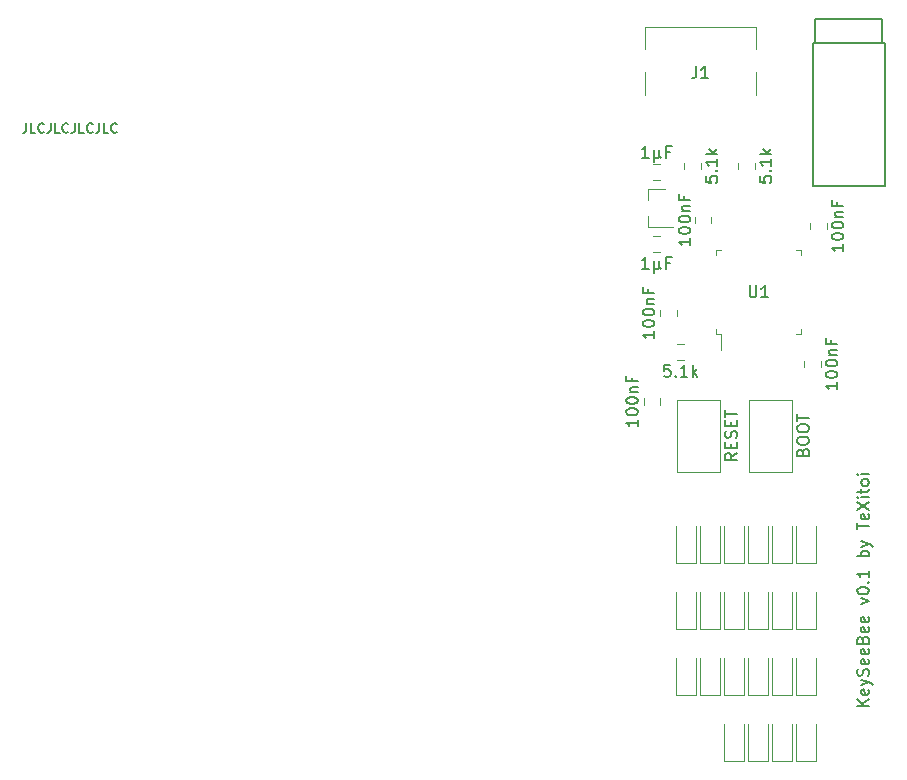
<source format=gto>
G04 #@! TF.GenerationSoftware,KiCad,Pcbnew,5.0.2+dfsg1-1*
G04 #@! TF.CreationDate,2020-08-02T18:17:46+02:00*
G04 #@! TF.ProjectId,left,6c656674-2e6b-4696-9361-645f70636258,rev?*
G04 #@! TF.SameCoordinates,Original*
G04 #@! TF.FileFunction,Legend,Top*
G04 #@! TF.FilePolarity,Positive*
%FSLAX46Y46*%
G04 Gerber Fmt 4.6, Leading zero omitted, Abs format (unit mm)*
G04 Created by KiCad (PCBNEW 5.0.2+dfsg1-1) date dim. 02 août 2020 18:17:46 CEST*
%MOMM*%
%LPD*%
G01*
G04 APERTURE LIST*
%ADD10C,0.200000*%
%ADD11C,0.150000*%
%ADD12C,0.120000*%
%ADD13C,4.000000*%
%ADD14C,1.900000*%
%ADD15C,1.700000*%
%ADD16C,0.800000*%
%ADD17O,1.000000X1.400000*%
%ADD18R,1.500000X1.500000*%
%ADD19C,0.100000*%
%ADD20C,1.150000*%
%ADD21R,1.000000X1.000000*%
%ADD22R,1.300000X0.250000*%
%ADD23R,0.250000X1.300000*%
%ADD24R,0.900000X0.800000*%
%ADD25R,0.600000X1.450000*%
%ADD26R,0.300000X1.450000*%
%ADD27O,1.000000X2.100000*%
%ADD28C,0.650000*%
%ADD29O,1.000000X1.600000*%
G04 APERTURE END LIST*
D10*
X167754761Y-55060904D02*
X167754761Y-55632333D01*
X167716666Y-55746619D01*
X167640476Y-55822809D01*
X167526190Y-55860904D01*
X167450000Y-55860904D01*
X168516666Y-55860904D02*
X168135714Y-55860904D01*
X168135714Y-55060904D01*
X169240476Y-55784714D02*
X169202380Y-55822809D01*
X169088095Y-55860904D01*
X169011904Y-55860904D01*
X168897619Y-55822809D01*
X168821428Y-55746619D01*
X168783333Y-55670428D01*
X168745238Y-55518047D01*
X168745238Y-55403761D01*
X168783333Y-55251380D01*
X168821428Y-55175190D01*
X168897619Y-55099000D01*
X169011904Y-55060904D01*
X169088095Y-55060904D01*
X169202380Y-55099000D01*
X169240476Y-55137095D01*
X169811904Y-55060904D02*
X169811904Y-55632333D01*
X169773809Y-55746619D01*
X169697619Y-55822809D01*
X169583333Y-55860904D01*
X169507142Y-55860904D01*
X170573809Y-55860904D02*
X170192857Y-55860904D01*
X170192857Y-55060904D01*
X171297619Y-55784714D02*
X171259523Y-55822809D01*
X171145238Y-55860904D01*
X171069047Y-55860904D01*
X170954761Y-55822809D01*
X170878571Y-55746619D01*
X170840476Y-55670428D01*
X170802380Y-55518047D01*
X170802380Y-55403761D01*
X170840476Y-55251380D01*
X170878571Y-55175190D01*
X170954761Y-55099000D01*
X171069047Y-55060904D01*
X171145238Y-55060904D01*
X171259523Y-55099000D01*
X171297619Y-55137095D01*
X171869047Y-55060904D02*
X171869047Y-55632333D01*
X171830952Y-55746619D01*
X171754761Y-55822809D01*
X171640476Y-55860904D01*
X171564285Y-55860904D01*
X172630952Y-55860904D02*
X172250000Y-55860904D01*
X172250000Y-55060904D01*
X173354761Y-55784714D02*
X173316666Y-55822809D01*
X173202380Y-55860904D01*
X173126190Y-55860904D01*
X173011904Y-55822809D01*
X172935714Y-55746619D01*
X172897619Y-55670428D01*
X172859523Y-55518047D01*
X172859523Y-55403761D01*
X172897619Y-55251380D01*
X172935714Y-55175190D01*
X173011904Y-55099000D01*
X173126190Y-55060904D01*
X173202380Y-55060904D01*
X173316666Y-55099000D01*
X173354761Y-55137095D01*
X173926190Y-55060904D02*
X173926190Y-55632333D01*
X173888095Y-55746619D01*
X173811904Y-55822809D01*
X173697619Y-55860904D01*
X173621428Y-55860904D01*
X174688095Y-55860904D02*
X174307142Y-55860904D01*
X174307142Y-55060904D01*
X175411904Y-55784714D02*
X175373809Y-55822809D01*
X175259523Y-55860904D01*
X175183333Y-55860904D01*
X175069047Y-55822809D01*
X174992857Y-55746619D01*
X174954761Y-55670428D01*
X174916666Y-55518047D01*
X174916666Y-55403761D01*
X174954761Y-55251380D01*
X174992857Y-55175190D01*
X175069047Y-55099000D01*
X175183333Y-55060904D01*
X175259523Y-55060904D01*
X175373809Y-55099000D01*
X175411904Y-55137095D01*
X239085380Y-104406904D02*
X238085380Y-104406904D01*
X239085380Y-103835476D02*
X238513952Y-104264047D01*
X238085380Y-103835476D02*
X238656809Y-104406904D01*
X239037761Y-103025952D02*
X239085380Y-103121190D01*
X239085380Y-103311666D01*
X239037761Y-103406904D01*
X238942523Y-103454523D01*
X238561571Y-103454523D01*
X238466333Y-103406904D01*
X238418714Y-103311666D01*
X238418714Y-103121190D01*
X238466333Y-103025952D01*
X238561571Y-102978333D01*
X238656809Y-102978333D01*
X238752047Y-103454523D01*
X238418714Y-102645000D02*
X239085380Y-102406904D01*
X238418714Y-102168809D02*
X239085380Y-102406904D01*
X239323476Y-102502142D01*
X239371095Y-102549761D01*
X239418714Y-102645000D01*
X239037761Y-101835476D02*
X239085380Y-101692619D01*
X239085380Y-101454523D01*
X239037761Y-101359285D01*
X238990142Y-101311666D01*
X238894904Y-101264047D01*
X238799666Y-101264047D01*
X238704428Y-101311666D01*
X238656809Y-101359285D01*
X238609190Y-101454523D01*
X238561571Y-101645000D01*
X238513952Y-101740238D01*
X238466333Y-101787857D01*
X238371095Y-101835476D01*
X238275857Y-101835476D01*
X238180619Y-101787857D01*
X238133000Y-101740238D01*
X238085380Y-101645000D01*
X238085380Y-101406904D01*
X238133000Y-101264047D01*
X239037761Y-100454523D02*
X239085380Y-100549761D01*
X239085380Y-100740238D01*
X239037761Y-100835476D01*
X238942523Y-100883095D01*
X238561571Y-100883095D01*
X238466333Y-100835476D01*
X238418714Y-100740238D01*
X238418714Y-100549761D01*
X238466333Y-100454523D01*
X238561571Y-100406904D01*
X238656809Y-100406904D01*
X238752047Y-100883095D01*
X239037761Y-99597380D02*
X239085380Y-99692619D01*
X239085380Y-99883095D01*
X239037761Y-99978333D01*
X238942523Y-100025952D01*
X238561571Y-100025952D01*
X238466333Y-99978333D01*
X238418714Y-99883095D01*
X238418714Y-99692619D01*
X238466333Y-99597380D01*
X238561571Y-99549761D01*
X238656809Y-99549761D01*
X238752047Y-100025952D01*
X238561571Y-98787857D02*
X238609190Y-98645000D01*
X238656809Y-98597380D01*
X238752047Y-98549761D01*
X238894904Y-98549761D01*
X238990142Y-98597380D01*
X239037761Y-98645000D01*
X239085380Y-98740238D01*
X239085380Y-99121190D01*
X238085380Y-99121190D01*
X238085380Y-98787857D01*
X238133000Y-98692619D01*
X238180619Y-98645000D01*
X238275857Y-98597380D01*
X238371095Y-98597380D01*
X238466333Y-98645000D01*
X238513952Y-98692619D01*
X238561571Y-98787857D01*
X238561571Y-99121190D01*
X239037761Y-97740238D02*
X239085380Y-97835476D01*
X239085380Y-98025952D01*
X239037761Y-98121190D01*
X238942523Y-98168809D01*
X238561571Y-98168809D01*
X238466333Y-98121190D01*
X238418714Y-98025952D01*
X238418714Y-97835476D01*
X238466333Y-97740238D01*
X238561571Y-97692619D01*
X238656809Y-97692619D01*
X238752047Y-98168809D01*
X239037761Y-96883095D02*
X239085380Y-96978333D01*
X239085380Y-97168809D01*
X239037761Y-97264047D01*
X238942523Y-97311666D01*
X238561571Y-97311666D01*
X238466333Y-97264047D01*
X238418714Y-97168809D01*
X238418714Y-96978333D01*
X238466333Y-96883095D01*
X238561571Y-96835476D01*
X238656809Y-96835476D01*
X238752047Y-97311666D01*
X238418714Y-95740238D02*
X239085380Y-95502142D01*
X238418714Y-95264047D01*
X238085380Y-94692619D02*
X238085380Y-94597380D01*
X238133000Y-94502142D01*
X238180619Y-94454523D01*
X238275857Y-94406904D01*
X238466333Y-94359285D01*
X238704428Y-94359285D01*
X238894904Y-94406904D01*
X238990142Y-94454523D01*
X239037761Y-94502142D01*
X239085380Y-94597380D01*
X239085380Y-94692619D01*
X239037761Y-94787857D01*
X238990142Y-94835476D01*
X238894904Y-94883095D01*
X238704428Y-94930714D01*
X238466333Y-94930714D01*
X238275857Y-94883095D01*
X238180619Y-94835476D01*
X238133000Y-94787857D01*
X238085380Y-94692619D01*
X238990142Y-93930714D02*
X239037761Y-93883095D01*
X239085380Y-93930714D01*
X239037761Y-93978333D01*
X238990142Y-93930714D01*
X239085380Y-93930714D01*
X239085380Y-92930714D02*
X239085380Y-93502142D01*
X239085380Y-93216428D02*
X238085380Y-93216428D01*
X238228238Y-93311666D01*
X238323476Y-93406904D01*
X238371095Y-93502142D01*
X239085380Y-91740238D02*
X238085380Y-91740238D01*
X238466333Y-91740238D02*
X238418714Y-91645000D01*
X238418714Y-91454523D01*
X238466333Y-91359285D01*
X238513952Y-91311666D01*
X238609190Y-91264047D01*
X238894904Y-91264047D01*
X238990142Y-91311666D01*
X239037761Y-91359285D01*
X239085380Y-91454523D01*
X239085380Y-91645000D01*
X239037761Y-91740238D01*
X238418714Y-90930714D02*
X239085380Y-90692619D01*
X238418714Y-90454523D02*
X239085380Y-90692619D01*
X239323476Y-90787857D01*
X239371095Y-90835476D01*
X239418714Y-90930714D01*
X238085380Y-89454523D02*
X238085380Y-88883095D01*
X239085380Y-89168809D02*
X238085380Y-89168809D01*
X239037761Y-88168809D02*
X239085380Y-88264047D01*
X239085380Y-88454523D01*
X239037761Y-88549761D01*
X238942523Y-88597380D01*
X238561571Y-88597380D01*
X238466333Y-88549761D01*
X238418714Y-88454523D01*
X238418714Y-88264047D01*
X238466333Y-88168809D01*
X238561571Y-88121190D01*
X238656809Y-88121190D01*
X238752047Y-88597380D01*
X238085380Y-87787857D02*
X239085380Y-87121190D01*
X238085380Y-87121190D02*
X239085380Y-87787857D01*
X239085380Y-86740238D02*
X238418714Y-86740238D01*
X238085380Y-86740238D02*
X238133000Y-86787857D01*
X238180619Y-86740238D01*
X238133000Y-86692619D01*
X238085380Y-86740238D01*
X238180619Y-86740238D01*
X238418714Y-86406904D02*
X238418714Y-86025952D01*
X238085380Y-86264047D02*
X238942523Y-86264047D01*
X239037761Y-86216428D01*
X239085380Y-86121190D01*
X239085380Y-86025952D01*
X239085380Y-85549761D02*
X239037761Y-85645000D01*
X238990142Y-85692619D01*
X238894904Y-85740238D01*
X238609190Y-85740238D01*
X238513952Y-85692619D01*
X238466333Y-85645000D01*
X238418714Y-85549761D01*
X238418714Y-85406904D01*
X238466333Y-85311666D01*
X238513952Y-85264047D01*
X238609190Y-85216428D01*
X238894904Y-85216428D01*
X238990142Y-85264047D01*
X239037761Y-85311666D01*
X239085380Y-85406904D01*
X239085380Y-85549761D01*
X239085380Y-84787857D02*
X238418714Y-84787857D01*
X238085380Y-84787857D02*
X238133000Y-84835476D01*
X238180619Y-84787857D01*
X238133000Y-84740238D01*
X238085380Y-84787857D01*
X238180619Y-84787857D01*
D11*
G04 #@! TO.C,J2*
X240163000Y-46260000D02*
X234563000Y-46260000D01*
X234563000Y-48260000D02*
X234563000Y-46260000D01*
X240163000Y-48260000D02*
X240163000Y-46260000D01*
X234313000Y-48260000D02*
X234313000Y-60360000D01*
X240413000Y-48260000D02*
X240413000Y-60360000D01*
X240413000Y-60360000D02*
X234313000Y-60360000D01*
X240413000Y-48260000D02*
X234313000Y-48260000D01*
D12*
G04 #@! TO.C,SW1*
X232609000Y-84594000D02*
X228909000Y-84594000D01*
X232609000Y-78474000D02*
X232609000Y-84594000D01*
X228909000Y-78474000D02*
X232609000Y-78474000D01*
X228909000Y-84594000D02*
X228909000Y-78474000D01*
G04 #@! TO.C,SW2*
X226513000Y-84594000D02*
X222813000Y-84594000D01*
X226513000Y-78474000D02*
X226513000Y-84594000D01*
X222813000Y-78474000D02*
X226513000Y-78474000D01*
X222813000Y-84594000D02*
X222813000Y-78474000D01*
G04 #@! TO.C,C7*
X220845748Y-59892000D02*
X221368252Y-59892000D01*
X220845748Y-58472000D02*
X221368252Y-58472000D01*
G04 #@! TO.C,C5*
X224334000Y-62984748D02*
X224334000Y-63507252D01*
X225754000Y-62984748D02*
X225754000Y-63507252D01*
G04 #@! TO.C,C4*
X221413000Y-70858748D02*
X221413000Y-71381252D01*
X222833000Y-70858748D02*
X222833000Y-71381252D01*
G04 #@! TO.C,C3*
X235025000Y-75699252D02*
X235025000Y-75176748D01*
X233605000Y-75699252D02*
X233605000Y-75176748D01*
G04 #@! TO.C,C6*
X220845748Y-65988000D02*
X221368252Y-65988000D01*
X220845748Y-64568000D02*
X221368252Y-64568000D01*
G04 #@! TO.C,C1*
X221436000Y-78874252D02*
X221436000Y-78351748D01*
X220016000Y-78874252D02*
X220016000Y-78351748D01*
G04 #@! TO.C,C2*
X235533000Y-64015252D02*
X235533000Y-63492748D01*
X234113000Y-64015252D02*
X234113000Y-63492748D01*
G04 #@! TO.C,D16*
X232909440Y-103444927D02*
X232909440Y-100294927D01*
X234609440Y-103444927D02*
X234609440Y-100294927D01*
X232909440Y-103444927D02*
X234609440Y-103444927D01*
G04 #@! TO.C,D14*
X232909440Y-92268927D02*
X232909440Y-89118927D01*
X234609440Y-92268927D02*
X234609440Y-89118927D01*
X232909440Y-92268927D02*
X234609440Y-92268927D01*
G04 #@! TO.C,D12*
X226813440Y-109032927D02*
X226813440Y-105882927D01*
X228513440Y-109032927D02*
X228513440Y-105882927D01*
X226813440Y-109032927D02*
X228513440Y-109032927D01*
G04 #@! TO.C,D11*
X226813440Y-103444927D02*
X226813440Y-100294927D01*
X228513440Y-103444927D02*
X228513440Y-100294927D01*
X226813440Y-103444927D02*
X228513440Y-103444927D01*
G04 #@! TO.C,D10*
X226813440Y-97856927D02*
X226813440Y-94706927D01*
X228513440Y-97856927D02*
X228513440Y-94706927D01*
X226813440Y-97856927D02*
X228513440Y-97856927D01*
G04 #@! TO.C,D9*
X226813440Y-92268927D02*
X226813440Y-89118927D01*
X228513440Y-92268927D02*
X228513440Y-89118927D01*
X226813440Y-92268927D02*
X228513440Y-92268927D01*
G04 #@! TO.C,D7*
X222749440Y-103444927D02*
X222749440Y-100294927D01*
X224449440Y-103444927D02*
X224449440Y-100294927D01*
X222749440Y-103444927D02*
X224449440Y-103444927D01*
G04 #@! TO.C,D6*
X222749440Y-97856927D02*
X222749440Y-94706927D01*
X224449440Y-97856927D02*
X224449440Y-94706927D01*
X222749440Y-97856927D02*
X224449440Y-97856927D01*
G04 #@! TO.C,D5*
X222749440Y-92268927D02*
X222749440Y-89118927D01*
X224449440Y-92268927D02*
X224449440Y-89118927D01*
X222749440Y-92268927D02*
X224449440Y-92268927D01*
G04 #@! TO.C,D36*
X230877440Y-109032927D02*
X230877440Y-105882927D01*
X232577440Y-109032927D02*
X232577440Y-105882927D01*
X230877440Y-109032927D02*
X232577440Y-109032927D01*
G04 #@! TO.C,D15*
X232909440Y-97856927D02*
X232909440Y-94706927D01*
X234609440Y-97856927D02*
X234609440Y-94706927D01*
X232909440Y-97856927D02*
X234609440Y-97856927D01*
G04 #@! TO.C,D35*
X230877440Y-103444927D02*
X230877440Y-100294927D01*
X232577440Y-103444927D02*
X232577440Y-100294927D01*
X230877440Y-103444927D02*
X232577440Y-103444927D01*
G04 #@! TO.C,D34*
X230877440Y-97856927D02*
X230877440Y-94706927D01*
X232577440Y-97856927D02*
X232577440Y-94706927D01*
X230877440Y-97856927D02*
X232577440Y-97856927D01*
G04 #@! TO.C,D33*
X230877440Y-92268927D02*
X230877440Y-89118927D01*
X232577440Y-92268927D02*
X232577440Y-89118927D01*
X230877440Y-92268927D02*
X232577440Y-92268927D01*
G04 #@! TO.C,D26*
X228845440Y-109032927D02*
X228845440Y-105882927D01*
X230545440Y-109032927D02*
X230545440Y-105882927D01*
X228845440Y-109032927D02*
X230545440Y-109032927D01*
G04 #@! TO.C,D25*
X228845440Y-103444927D02*
X228845440Y-100294927D01*
X230545440Y-103444927D02*
X230545440Y-100294927D01*
X228845440Y-103444927D02*
X230545440Y-103444927D01*
G04 #@! TO.C,D24*
X228845440Y-97856927D02*
X228845440Y-94706927D01*
X230545440Y-97856927D02*
X230545440Y-94706927D01*
X228845440Y-97856927D02*
X230545440Y-97856927D01*
G04 #@! TO.C,D23*
X228845440Y-92268927D02*
X228845440Y-89118927D01*
X230545440Y-92268927D02*
X230545440Y-89118927D01*
X228845440Y-92268927D02*
X230545440Y-92268927D01*
G04 #@! TO.C,D21*
X224781440Y-103444927D02*
X224781440Y-100294927D01*
X226481440Y-103444927D02*
X226481440Y-100294927D01*
X224781440Y-103444927D02*
X226481440Y-103444927D01*
G04 #@! TO.C,D20*
X224781440Y-97856927D02*
X224781440Y-94706927D01*
X226481440Y-97856927D02*
X226481440Y-94706927D01*
X224781440Y-97856927D02*
X226481440Y-97856927D01*
G04 #@! TO.C,D19*
X224781440Y-92268927D02*
X224781440Y-89118927D01*
X226481440Y-92268927D02*
X226481440Y-89118927D01*
X224781440Y-92268927D02*
X226481440Y-92268927D01*
G04 #@! TO.C,D17*
X232909440Y-109032927D02*
X232909440Y-105882927D01*
X234609440Y-109032927D02*
X234609440Y-105882927D01*
X232909440Y-109032927D02*
X234609440Y-109032927D01*
G04 #@! TO.C,U1*
X233303000Y-72902000D02*
X233303000Y-72482000D01*
X226183000Y-72902000D02*
X226603000Y-72902000D01*
X226603000Y-72902000D02*
X226603000Y-74282000D01*
X226183000Y-65782000D02*
X226183000Y-66202000D01*
X233303000Y-65782000D02*
X233303000Y-66202000D01*
X226183000Y-72902000D02*
X226183000Y-72482000D01*
X233303000Y-72902000D02*
X232883000Y-72902000D01*
X233303000Y-65782000D02*
X232883000Y-65782000D01*
X226183000Y-65782000D02*
X226603000Y-65782000D01*
G04 #@! TO.C,U2*
X220347000Y-60650000D02*
X221807000Y-60650000D01*
X220347000Y-63810000D02*
X222507000Y-63810000D01*
X220347000Y-63810000D02*
X220347000Y-62880000D01*
X220347000Y-60650000D02*
X220347000Y-61580000D01*
G04 #@! TO.C,R1*
X223391252Y-73712000D02*
X222868748Y-73712000D01*
X223391252Y-75132000D02*
X222868748Y-75132000D01*
G04 #@! TO.C,R6*
X223445000Y-58412748D02*
X223445000Y-58935252D01*
X224865000Y-58412748D02*
X224865000Y-58935252D01*
G04 #@! TO.C,R7*
X228017000Y-58412748D02*
X228017000Y-58935252D01*
X229437000Y-58412748D02*
X229437000Y-58935252D01*
G04 #@! TO.C,J1*
X229490000Y-46900000D02*
X220090000Y-46900000D01*
X220090000Y-52700000D02*
X220090000Y-50700000D01*
X220090000Y-48800000D02*
X220090000Y-46900000D01*
X229490000Y-52700000D02*
X229490000Y-50700000D01*
X229490000Y-48800000D02*
X229490000Y-46900000D01*
G04 #@! TO.C,SW1*
D11*
X233481571Y-82891142D02*
X233529190Y-82748285D01*
X233576809Y-82700666D01*
X233672047Y-82653047D01*
X233814904Y-82653047D01*
X233910142Y-82700666D01*
X233957761Y-82748285D01*
X234005380Y-82843523D01*
X234005380Y-83224476D01*
X233005380Y-83224476D01*
X233005380Y-82891142D01*
X233053000Y-82795904D01*
X233100619Y-82748285D01*
X233195857Y-82700666D01*
X233291095Y-82700666D01*
X233386333Y-82748285D01*
X233433952Y-82795904D01*
X233481571Y-82891142D01*
X233481571Y-83224476D01*
X233005380Y-82034000D02*
X233005380Y-81843523D01*
X233053000Y-81748285D01*
X233148238Y-81653047D01*
X233338714Y-81605428D01*
X233672047Y-81605428D01*
X233862523Y-81653047D01*
X233957761Y-81748285D01*
X234005380Y-81843523D01*
X234005380Y-82034000D01*
X233957761Y-82129238D01*
X233862523Y-82224476D01*
X233672047Y-82272095D01*
X233338714Y-82272095D01*
X233148238Y-82224476D01*
X233053000Y-82129238D01*
X233005380Y-82034000D01*
X233005380Y-80986380D02*
X233005380Y-80795904D01*
X233053000Y-80700666D01*
X233148238Y-80605428D01*
X233338714Y-80557809D01*
X233672047Y-80557809D01*
X233862523Y-80605428D01*
X233957761Y-80700666D01*
X234005380Y-80795904D01*
X234005380Y-80986380D01*
X233957761Y-81081619D01*
X233862523Y-81176857D01*
X233672047Y-81224476D01*
X233338714Y-81224476D01*
X233148238Y-81176857D01*
X233053000Y-81081619D01*
X233005380Y-80986380D01*
X233005380Y-80272095D02*
X233005380Y-79700666D01*
X234005380Y-79986380D02*
X233005380Y-79986380D01*
G04 #@! TO.C,SW2*
X227909380Y-82986380D02*
X227433190Y-83319714D01*
X227909380Y-83557809D02*
X226909380Y-83557809D01*
X226909380Y-83176857D01*
X226957000Y-83081619D01*
X227004619Y-83034000D01*
X227099857Y-82986380D01*
X227242714Y-82986380D01*
X227337952Y-83034000D01*
X227385571Y-83081619D01*
X227433190Y-83176857D01*
X227433190Y-83557809D01*
X227385571Y-82557809D02*
X227385571Y-82224476D01*
X227909380Y-82081619D02*
X227909380Y-82557809D01*
X226909380Y-82557809D01*
X226909380Y-82081619D01*
X227861761Y-81700666D02*
X227909380Y-81557809D01*
X227909380Y-81319714D01*
X227861761Y-81224476D01*
X227814142Y-81176857D01*
X227718904Y-81129238D01*
X227623666Y-81129238D01*
X227528428Y-81176857D01*
X227480809Y-81224476D01*
X227433190Y-81319714D01*
X227385571Y-81510190D01*
X227337952Y-81605428D01*
X227290333Y-81653047D01*
X227195095Y-81700666D01*
X227099857Y-81700666D01*
X227004619Y-81653047D01*
X226957000Y-81605428D01*
X226909380Y-81510190D01*
X226909380Y-81272095D01*
X226957000Y-81129238D01*
X227385571Y-80700666D02*
X227385571Y-80367333D01*
X227909380Y-80224476D02*
X227909380Y-80700666D01*
X226909380Y-80700666D01*
X226909380Y-80224476D01*
X226909380Y-79938761D02*
X226909380Y-79367333D01*
X227909380Y-79653047D02*
X226909380Y-79653047D01*
G04 #@! TO.C,C7*
X220440333Y-57984380D02*
X219868904Y-57984380D01*
X220154619Y-57984380D02*
X220154619Y-56984380D01*
X220059380Y-57127238D01*
X219964142Y-57222476D01*
X219868904Y-57270095D01*
X220868904Y-57317714D02*
X220868904Y-58317714D01*
X221345095Y-57841523D02*
X221392714Y-57936761D01*
X221487952Y-57984380D01*
X220868904Y-57841523D02*
X220916523Y-57936761D01*
X221011761Y-57984380D01*
X221202238Y-57984380D01*
X221297476Y-57936761D01*
X221345095Y-57841523D01*
X221345095Y-57317714D01*
X222249857Y-57460571D02*
X221916523Y-57460571D01*
X221916523Y-57984380D02*
X221916523Y-56984380D01*
X222392714Y-56984380D01*
G04 #@! TO.C,C5*
X223972380Y-64793619D02*
X223972380Y-65365047D01*
X223972380Y-65079333D02*
X222972380Y-65079333D01*
X223115238Y-65174571D01*
X223210476Y-65269809D01*
X223258095Y-65365047D01*
X222972380Y-64174571D02*
X222972380Y-64079333D01*
X223020000Y-63984095D01*
X223067619Y-63936476D01*
X223162857Y-63888857D01*
X223353333Y-63841238D01*
X223591428Y-63841238D01*
X223781904Y-63888857D01*
X223877142Y-63936476D01*
X223924761Y-63984095D01*
X223972380Y-64079333D01*
X223972380Y-64174571D01*
X223924761Y-64269809D01*
X223877142Y-64317428D01*
X223781904Y-64365047D01*
X223591428Y-64412666D01*
X223353333Y-64412666D01*
X223162857Y-64365047D01*
X223067619Y-64317428D01*
X223020000Y-64269809D01*
X222972380Y-64174571D01*
X222972380Y-63222190D02*
X222972380Y-63126952D01*
X223020000Y-63031714D01*
X223067619Y-62984095D01*
X223162857Y-62936476D01*
X223353333Y-62888857D01*
X223591428Y-62888857D01*
X223781904Y-62936476D01*
X223877142Y-62984095D01*
X223924761Y-63031714D01*
X223972380Y-63126952D01*
X223972380Y-63222190D01*
X223924761Y-63317428D01*
X223877142Y-63365047D01*
X223781904Y-63412666D01*
X223591428Y-63460285D01*
X223353333Y-63460285D01*
X223162857Y-63412666D01*
X223067619Y-63365047D01*
X223020000Y-63317428D01*
X222972380Y-63222190D01*
X223305714Y-62460285D02*
X223972380Y-62460285D01*
X223400952Y-62460285D02*
X223353333Y-62412666D01*
X223305714Y-62317428D01*
X223305714Y-62174571D01*
X223353333Y-62079333D01*
X223448571Y-62031714D01*
X223972380Y-62031714D01*
X223448571Y-61222190D02*
X223448571Y-61555523D01*
X223972380Y-61555523D02*
X222972380Y-61555523D01*
X222972380Y-61079333D01*
G04 #@! TO.C,C4*
X220925380Y-72667619D02*
X220925380Y-73239047D01*
X220925380Y-72953333D02*
X219925380Y-72953333D01*
X220068238Y-73048571D01*
X220163476Y-73143809D01*
X220211095Y-73239047D01*
X219925380Y-72048571D02*
X219925380Y-71953333D01*
X219973000Y-71858095D01*
X220020619Y-71810476D01*
X220115857Y-71762857D01*
X220306333Y-71715238D01*
X220544428Y-71715238D01*
X220734904Y-71762857D01*
X220830142Y-71810476D01*
X220877761Y-71858095D01*
X220925380Y-71953333D01*
X220925380Y-72048571D01*
X220877761Y-72143809D01*
X220830142Y-72191428D01*
X220734904Y-72239047D01*
X220544428Y-72286666D01*
X220306333Y-72286666D01*
X220115857Y-72239047D01*
X220020619Y-72191428D01*
X219973000Y-72143809D01*
X219925380Y-72048571D01*
X219925380Y-71096190D02*
X219925380Y-71000952D01*
X219973000Y-70905714D01*
X220020619Y-70858095D01*
X220115857Y-70810476D01*
X220306333Y-70762857D01*
X220544428Y-70762857D01*
X220734904Y-70810476D01*
X220830142Y-70858095D01*
X220877761Y-70905714D01*
X220925380Y-71000952D01*
X220925380Y-71096190D01*
X220877761Y-71191428D01*
X220830142Y-71239047D01*
X220734904Y-71286666D01*
X220544428Y-71334285D01*
X220306333Y-71334285D01*
X220115857Y-71286666D01*
X220020619Y-71239047D01*
X219973000Y-71191428D01*
X219925380Y-71096190D01*
X220258714Y-70334285D02*
X220925380Y-70334285D01*
X220353952Y-70334285D02*
X220306333Y-70286666D01*
X220258714Y-70191428D01*
X220258714Y-70048571D01*
X220306333Y-69953333D01*
X220401571Y-69905714D01*
X220925380Y-69905714D01*
X220401571Y-69096190D02*
X220401571Y-69429523D01*
X220925380Y-69429523D02*
X219925380Y-69429523D01*
X219925380Y-68953333D01*
G04 #@! TO.C,C3*
X236417380Y-76985619D02*
X236417380Y-77557047D01*
X236417380Y-77271333D02*
X235417380Y-77271333D01*
X235560238Y-77366571D01*
X235655476Y-77461809D01*
X235703095Y-77557047D01*
X235417380Y-76366571D02*
X235417380Y-76271333D01*
X235465000Y-76176095D01*
X235512619Y-76128476D01*
X235607857Y-76080857D01*
X235798333Y-76033238D01*
X236036428Y-76033238D01*
X236226904Y-76080857D01*
X236322142Y-76128476D01*
X236369761Y-76176095D01*
X236417380Y-76271333D01*
X236417380Y-76366571D01*
X236369761Y-76461809D01*
X236322142Y-76509428D01*
X236226904Y-76557047D01*
X236036428Y-76604666D01*
X235798333Y-76604666D01*
X235607857Y-76557047D01*
X235512619Y-76509428D01*
X235465000Y-76461809D01*
X235417380Y-76366571D01*
X235417380Y-75414190D02*
X235417380Y-75318952D01*
X235465000Y-75223714D01*
X235512619Y-75176095D01*
X235607857Y-75128476D01*
X235798333Y-75080857D01*
X236036428Y-75080857D01*
X236226904Y-75128476D01*
X236322142Y-75176095D01*
X236369761Y-75223714D01*
X236417380Y-75318952D01*
X236417380Y-75414190D01*
X236369761Y-75509428D01*
X236322142Y-75557047D01*
X236226904Y-75604666D01*
X236036428Y-75652285D01*
X235798333Y-75652285D01*
X235607857Y-75604666D01*
X235512619Y-75557047D01*
X235465000Y-75509428D01*
X235417380Y-75414190D01*
X235750714Y-74652285D02*
X236417380Y-74652285D01*
X235845952Y-74652285D02*
X235798333Y-74604666D01*
X235750714Y-74509428D01*
X235750714Y-74366571D01*
X235798333Y-74271333D01*
X235893571Y-74223714D01*
X236417380Y-74223714D01*
X235893571Y-73414190D02*
X235893571Y-73747523D01*
X236417380Y-73747523D02*
X235417380Y-73747523D01*
X235417380Y-73271333D01*
G04 #@! TO.C,C6*
X220440333Y-67380380D02*
X219868904Y-67380380D01*
X220154619Y-67380380D02*
X220154619Y-66380380D01*
X220059380Y-66523238D01*
X219964142Y-66618476D01*
X219868904Y-66666095D01*
X220868904Y-66713714D02*
X220868904Y-67713714D01*
X221345095Y-67237523D02*
X221392714Y-67332761D01*
X221487952Y-67380380D01*
X220868904Y-67237523D02*
X220916523Y-67332761D01*
X221011761Y-67380380D01*
X221202238Y-67380380D01*
X221297476Y-67332761D01*
X221345095Y-67237523D01*
X221345095Y-66713714D01*
X222249857Y-66856571D02*
X221916523Y-66856571D01*
X221916523Y-67380380D02*
X221916523Y-66380380D01*
X222392714Y-66380380D01*
G04 #@! TO.C,C1*
X219528380Y-80160619D02*
X219528380Y-80732047D01*
X219528380Y-80446333D02*
X218528380Y-80446333D01*
X218671238Y-80541571D01*
X218766476Y-80636809D01*
X218814095Y-80732047D01*
X218528380Y-79541571D02*
X218528380Y-79446333D01*
X218576000Y-79351095D01*
X218623619Y-79303476D01*
X218718857Y-79255857D01*
X218909333Y-79208238D01*
X219147428Y-79208238D01*
X219337904Y-79255857D01*
X219433142Y-79303476D01*
X219480761Y-79351095D01*
X219528380Y-79446333D01*
X219528380Y-79541571D01*
X219480761Y-79636809D01*
X219433142Y-79684428D01*
X219337904Y-79732047D01*
X219147428Y-79779666D01*
X218909333Y-79779666D01*
X218718857Y-79732047D01*
X218623619Y-79684428D01*
X218576000Y-79636809D01*
X218528380Y-79541571D01*
X218528380Y-78589190D02*
X218528380Y-78493952D01*
X218576000Y-78398714D01*
X218623619Y-78351095D01*
X218718857Y-78303476D01*
X218909333Y-78255857D01*
X219147428Y-78255857D01*
X219337904Y-78303476D01*
X219433142Y-78351095D01*
X219480761Y-78398714D01*
X219528380Y-78493952D01*
X219528380Y-78589190D01*
X219480761Y-78684428D01*
X219433142Y-78732047D01*
X219337904Y-78779666D01*
X219147428Y-78827285D01*
X218909333Y-78827285D01*
X218718857Y-78779666D01*
X218623619Y-78732047D01*
X218576000Y-78684428D01*
X218528380Y-78589190D01*
X218861714Y-77827285D02*
X219528380Y-77827285D01*
X218956952Y-77827285D02*
X218909333Y-77779666D01*
X218861714Y-77684428D01*
X218861714Y-77541571D01*
X218909333Y-77446333D01*
X219004571Y-77398714D01*
X219528380Y-77398714D01*
X219004571Y-76589190D02*
X219004571Y-76922523D01*
X219528380Y-76922523D02*
X218528380Y-76922523D01*
X218528380Y-76446333D01*
G04 #@! TO.C,C2*
X236925380Y-65301619D02*
X236925380Y-65873047D01*
X236925380Y-65587333D02*
X235925380Y-65587333D01*
X236068238Y-65682571D01*
X236163476Y-65777809D01*
X236211095Y-65873047D01*
X235925380Y-64682571D02*
X235925380Y-64587333D01*
X235973000Y-64492095D01*
X236020619Y-64444476D01*
X236115857Y-64396857D01*
X236306333Y-64349238D01*
X236544428Y-64349238D01*
X236734904Y-64396857D01*
X236830142Y-64444476D01*
X236877761Y-64492095D01*
X236925380Y-64587333D01*
X236925380Y-64682571D01*
X236877761Y-64777809D01*
X236830142Y-64825428D01*
X236734904Y-64873047D01*
X236544428Y-64920666D01*
X236306333Y-64920666D01*
X236115857Y-64873047D01*
X236020619Y-64825428D01*
X235973000Y-64777809D01*
X235925380Y-64682571D01*
X235925380Y-63730190D02*
X235925380Y-63634952D01*
X235973000Y-63539714D01*
X236020619Y-63492095D01*
X236115857Y-63444476D01*
X236306333Y-63396857D01*
X236544428Y-63396857D01*
X236734904Y-63444476D01*
X236830142Y-63492095D01*
X236877761Y-63539714D01*
X236925380Y-63634952D01*
X236925380Y-63730190D01*
X236877761Y-63825428D01*
X236830142Y-63873047D01*
X236734904Y-63920666D01*
X236544428Y-63968285D01*
X236306333Y-63968285D01*
X236115857Y-63920666D01*
X236020619Y-63873047D01*
X235973000Y-63825428D01*
X235925380Y-63730190D01*
X236258714Y-62968285D02*
X236925380Y-62968285D01*
X236353952Y-62968285D02*
X236306333Y-62920666D01*
X236258714Y-62825428D01*
X236258714Y-62682571D01*
X236306333Y-62587333D01*
X236401571Y-62539714D01*
X236925380Y-62539714D01*
X236401571Y-61730190D02*
X236401571Y-62063523D01*
X236925380Y-62063523D02*
X235925380Y-62063523D01*
X235925380Y-61587333D01*
G04 #@! TO.C,U1*
X228981095Y-68794380D02*
X228981095Y-69603904D01*
X229028714Y-69699142D01*
X229076333Y-69746761D01*
X229171571Y-69794380D01*
X229362047Y-69794380D01*
X229457285Y-69746761D01*
X229504904Y-69699142D01*
X229552523Y-69603904D01*
X229552523Y-68794380D01*
X230552523Y-69794380D02*
X229981095Y-69794380D01*
X230266809Y-69794380D02*
X230266809Y-68794380D01*
X230171571Y-68937238D01*
X230076333Y-69032476D01*
X229981095Y-69080095D01*
G04 #@! TO.C,R1*
X222249047Y-75524380D02*
X221772857Y-75524380D01*
X221725238Y-76000571D01*
X221772857Y-75952952D01*
X221868095Y-75905333D01*
X222106190Y-75905333D01*
X222201428Y-75952952D01*
X222249047Y-76000571D01*
X222296666Y-76095809D01*
X222296666Y-76333904D01*
X222249047Y-76429142D01*
X222201428Y-76476761D01*
X222106190Y-76524380D01*
X221868095Y-76524380D01*
X221772857Y-76476761D01*
X221725238Y-76429142D01*
X222725238Y-76429142D02*
X222772857Y-76476761D01*
X222725238Y-76524380D01*
X222677619Y-76476761D01*
X222725238Y-76429142D01*
X222725238Y-76524380D01*
X223725238Y-76524380D02*
X223153809Y-76524380D01*
X223439523Y-76524380D02*
X223439523Y-75524380D01*
X223344285Y-75667238D01*
X223249047Y-75762476D01*
X223153809Y-75810095D01*
X224153809Y-76524380D02*
X224153809Y-75524380D01*
X224249047Y-76143428D02*
X224534761Y-76524380D01*
X224534761Y-75857714D02*
X224153809Y-76238666D01*
G04 #@! TO.C,R6*
X225257380Y-59554952D02*
X225257380Y-60031142D01*
X225733571Y-60078761D01*
X225685952Y-60031142D01*
X225638333Y-59935904D01*
X225638333Y-59697809D01*
X225685952Y-59602571D01*
X225733571Y-59554952D01*
X225828809Y-59507333D01*
X226066904Y-59507333D01*
X226162142Y-59554952D01*
X226209761Y-59602571D01*
X226257380Y-59697809D01*
X226257380Y-59935904D01*
X226209761Y-60031142D01*
X226162142Y-60078761D01*
X226162142Y-59078761D02*
X226209761Y-59031142D01*
X226257380Y-59078761D01*
X226209761Y-59126380D01*
X226162142Y-59078761D01*
X226257380Y-59078761D01*
X226257380Y-58078761D02*
X226257380Y-58650190D01*
X226257380Y-58364476D02*
X225257380Y-58364476D01*
X225400238Y-58459714D01*
X225495476Y-58554952D01*
X225543095Y-58650190D01*
X226257380Y-57650190D02*
X225257380Y-57650190D01*
X225876428Y-57554952D02*
X226257380Y-57269238D01*
X225590714Y-57269238D02*
X225971666Y-57650190D01*
G04 #@! TO.C,R7*
X229829380Y-59554952D02*
X229829380Y-60031142D01*
X230305571Y-60078761D01*
X230257952Y-60031142D01*
X230210333Y-59935904D01*
X230210333Y-59697809D01*
X230257952Y-59602571D01*
X230305571Y-59554952D01*
X230400809Y-59507333D01*
X230638904Y-59507333D01*
X230734142Y-59554952D01*
X230781761Y-59602571D01*
X230829380Y-59697809D01*
X230829380Y-59935904D01*
X230781761Y-60031142D01*
X230734142Y-60078761D01*
X230734142Y-59078761D02*
X230781761Y-59031142D01*
X230829380Y-59078761D01*
X230781761Y-59126380D01*
X230734142Y-59078761D01*
X230829380Y-59078761D01*
X230829380Y-58078761D02*
X230829380Y-58650190D01*
X230829380Y-58364476D02*
X229829380Y-58364476D01*
X229972238Y-58459714D01*
X230067476Y-58554952D01*
X230115095Y-58650190D01*
X230829380Y-57650190D02*
X229829380Y-57650190D01*
X230448428Y-57554952D02*
X230829380Y-57269238D01*
X230162714Y-57269238D02*
X230543666Y-57650190D01*
G04 #@! TO.C,J1*
X224456666Y-50252380D02*
X224456666Y-50966666D01*
X224409047Y-51109523D01*
X224313809Y-51204761D01*
X224170952Y-51252380D01*
X224075714Y-51252380D01*
X225456666Y-51252380D02*
X224885238Y-51252380D01*
X225170952Y-51252380D02*
X225170952Y-50252380D01*
X225075714Y-50395238D01*
X224980476Y-50490476D01*
X224885238Y-50538095D01*
G04 #@! TD*
%LPC*%
D13*
G04 #@! TO.C,SW15*
X222631000Y-118745000D03*
D14*
X217708861Y-116290912D03*
X227553139Y-121199088D03*
D15*
X227177267Y-121011685D03*
X218084733Y-116478315D03*
G04 #@! TD*
G04 #@! TO.C,SW4*
X109220000Y-85725000D03*
X119380000Y-85725000D03*
D14*
X119800000Y-85725000D03*
X108800000Y-85725000D03*
D13*
X114300000Y-85725000D03*
G04 #@! TD*
G04 #@! TO.C,SW5*
X114300000Y-104775000D03*
D14*
X108800000Y-104775000D03*
X119800000Y-104775000D03*
D15*
X119380000Y-104775000D03*
X109220000Y-104775000D03*
G04 #@! TD*
G04 #@! TO.C,SW7*
X147320000Y-53975000D03*
X157480000Y-53975000D03*
D14*
X157900000Y-53975000D03*
X146900000Y-53975000D03*
D13*
X152400000Y-53975000D03*
G04 #@! TD*
G04 #@! TO.C,SW13*
X209550000Y-75565000D03*
D14*
X204050000Y-75565000D03*
X215050000Y-75565000D03*
D15*
X214630000Y-75565000D03*
X204470000Y-75565000D03*
G04 #@! TD*
G04 #@! TO.C,SW8*
X147320000Y-73025000D03*
X157480000Y-73025000D03*
D14*
X157900000Y-73025000D03*
X146900000Y-73025000D03*
D13*
X152400000Y-73025000D03*
G04 #@! TD*
G04 #@! TO.C,SW9*
X152400000Y-92075000D03*
D14*
X146900000Y-92075000D03*
X157900000Y-92075000D03*
D15*
X157480000Y-92075000D03*
X147320000Y-92075000D03*
G04 #@! TD*
G04 #@! TO.C,SW10*
X156845000Y-111125000D03*
X167005000Y-111125000D03*
D14*
X167425000Y-111125000D03*
X156425000Y-111125000D03*
D13*
X161925000Y-111125000D03*
G04 #@! TD*
G04 #@! TO.C,SW12*
X209550000Y-56515000D03*
D14*
X204050000Y-56515000D03*
X215050000Y-56515000D03*
D15*
X214630000Y-56515000D03*
X204470000Y-56515000D03*
G04 #@! TD*
G04 #@! TO.C,SW14*
X204470000Y-94615000D03*
X214630000Y-94615000D03*
D14*
X215050000Y-94615000D03*
X204050000Y-94615000D03*
D13*
X209550000Y-94615000D03*
G04 #@! TD*
G04 #@! TO.C,SW17*
X133350000Y-64135000D03*
D14*
X127850000Y-64135000D03*
X138850000Y-64135000D03*
D15*
X138430000Y-64135000D03*
X128270000Y-64135000D03*
G04 #@! TD*
G04 #@! TO.C,SW18*
X128270000Y-83185000D03*
X138430000Y-83185000D03*
D14*
X138850000Y-83185000D03*
X127850000Y-83185000D03*
D13*
X133350000Y-83185000D03*
G04 #@! TD*
G04 #@! TO.C,SW19*
X133350000Y-102235000D03*
D14*
X127850000Y-102235000D03*
X138850000Y-102235000D03*
D15*
X138430000Y-102235000D03*
X128270000Y-102235000D03*
G04 #@! TD*
G04 #@! TO.C,SW21*
X166370000Y-51435000D03*
X176530000Y-51435000D03*
D14*
X176950000Y-51435000D03*
X165950000Y-51435000D03*
D13*
X171450000Y-51435000D03*
G04 #@! TD*
G04 #@! TO.C,SW22*
X171450000Y-70485000D03*
D14*
X165950000Y-70485000D03*
X176950000Y-70485000D03*
D15*
X176530000Y-70485000D03*
X166370000Y-70485000D03*
G04 #@! TD*
G04 #@! TO.C,SW23*
X166370000Y-89535000D03*
X176530000Y-89535000D03*
D14*
X176950000Y-89535000D03*
X165950000Y-89535000D03*
D13*
X171450000Y-89535000D03*
G04 #@! TD*
G04 #@! TO.C,SW31*
X190500000Y-53975000D03*
D14*
X185000000Y-53975000D03*
X196000000Y-53975000D03*
D15*
X195580000Y-53975000D03*
X185420000Y-53975000D03*
G04 #@! TD*
G04 #@! TO.C,SW32*
X185420000Y-73025000D03*
X195580000Y-73025000D03*
D14*
X196000000Y-73025000D03*
X185000000Y-73025000D03*
D13*
X190500000Y-73025000D03*
G04 #@! TD*
G04 #@! TO.C,SW33*
X190500000Y-92075000D03*
D14*
X185000000Y-92075000D03*
X196000000Y-92075000D03*
D15*
X195580000Y-92075000D03*
X185420000Y-92075000D03*
G04 #@! TD*
G04 #@! TO.C,SW34*
X194945000Y-113665000D03*
X205105000Y-113665000D03*
D14*
X205525000Y-113665000D03*
X194525000Y-113665000D03*
D13*
X200025000Y-113665000D03*
G04 #@! TD*
G04 #@! TO.C,SW24*
X180975000Y-111125000D03*
D14*
X175475000Y-111125000D03*
X186475000Y-111125000D03*
D15*
X186055000Y-111125000D03*
X175895000Y-111125000D03*
G04 #@! TD*
D13*
G04 #@! TO.C,SW3*
X114300000Y-66675000D03*
D14*
X108800000Y-66675000D03*
X119800000Y-66675000D03*
D15*
X119380000Y-66675000D03*
X109220000Y-66675000D03*
G04 #@! TD*
D16*
G04 #@! TO.C,J2*
X237363000Y-56860000D03*
X237363000Y-49860000D03*
D17*
X239663000Y-51460000D03*
X239663000Y-54460000D03*
X239663000Y-58460000D03*
X235063000Y-59560000D03*
G04 #@! TD*
D18*
G04 #@! TO.C,SW1*
X230759000Y-77634000D03*
X230759000Y-85434000D03*
G04 #@! TD*
G04 #@! TO.C,SW2*
X224663000Y-77634000D03*
X224663000Y-85434000D03*
G04 #@! TD*
D19*
G04 #@! TO.C,C7*
G36*
X222481505Y-58483204D02*
X222505773Y-58486804D01*
X222529572Y-58492765D01*
X222552671Y-58501030D01*
X222574850Y-58511520D01*
X222595893Y-58524132D01*
X222615599Y-58538747D01*
X222633777Y-58555223D01*
X222650253Y-58573401D01*
X222664868Y-58593107D01*
X222677480Y-58614150D01*
X222687970Y-58636329D01*
X222696235Y-58659428D01*
X222702196Y-58683227D01*
X222705796Y-58707495D01*
X222707000Y-58731999D01*
X222707000Y-59632001D01*
X222705796Y-59656505D01*
X222702196Y-59680773D01*
X222696235Y-59704572D01*
X222687970Y-59727671D01*
X222677480Y-59749850D01*
X222664868Y-59770893D01*
X222650253Y-59790599D01*
X222633777Y-59808777D01*
X222615599Y-59825253D01*
X222595893Y-59839868D01*
X222574850Y-59852480D01*
X222552671Y-59862970D01*
X222529572Y-59871235D01*
X222505773Y-59877196D01*
X222481505Y-59880796D01*
X222457001Y-59882000D01*
X221806999Y-59882000D01*
X221782495Y-59880796D01*
X221758227Y-59877196D01*
X221734428Y-59871235D01*
X221711329Y-59862970D01*
X221689150Y-59852480D01*
X221668107Y-59839868D01*
X221648401Y-59825253D01*
X221630223Y-59808777D01*
X221613747Y-59790599D01*
X221599132Y-59770893D01*
X221586520Y-59749850D01*
X221576030Y-59727671D01*
X221567765Y-59704572D01*
X221561804Y-59680773D01*
X221558204Y-59656505D01*
X221557000Y-59632001D01*
X221557000Y-58731999D01*
X221558204Y-58707495D01*
X221561804Y-58683227D01*
X221567765Y-58659428D01*
X221576030Y-58636329D01*
X221586520Y-58614150D01*
X221599132Y-58593107D01*
X221613747Y-58573401D01*
X221630223Y-58555223D01*
X221648401Y-58538747D01*
X221668107Y-58524132D01*
X221689150Y-58511520D01*
X221711329Y-58501030D01*
X221734428Y-58492765D01*
X221758227Y-58486804D01*
X221782495Y-58483204D01*
X221806999Y-58482000D01*
X222457001Y-58482000D01*
X222481505Y-58483204D01*
X222481505Y-58483204D01*
G37*
D20*
X222132000Y-59182000D03*
D19*
G36*
X220431505Y-58483204D02*
X220455773Y-58486804D01*
X220479572Y-58492765D01*
X220502671Y-58501030D01*
X220524850Y-58511520D01*
X220545893Y-58524132D01*
X220565599Y-58538747D01*
X220583777Y-58555223D01*
X220600253Y-58573401D01*
X220614868Y-58593107D01*
X220627480Y-58614150D01*
X220637970Y-58636329D01*
X220646235Y-58659428D01*
X220652196Y-58683227D01*
X220655796Y-58707495D01*
X220657000Y-58731999D01*
X220657000Y-59632001D01*
X220655796Y-59656505D01*
X220652196Y-59680773D01*
X220646235Y-59704572D01*
X220637970Y-59727671D01*
X220627480Y-59749850D01*
X220614868Y-59770893D01*
X220600253Y-59790599D01*
X220583777Y-59808777D01*
X220565599Y-59825253D01*
X220545893Y-59839868D01*
X220524850Y-59852480D01*
X220502671Y-59862970D01*
X220479572Y-59871235D01*
X220455773Y-59877196D01*
X220431505Y-59880796D01*
X220407001Y-59882000D01*
X219756999Y-59882000D01*
X219732495Y-59880796D01*
X219708227Y-59877196D01*
X219684428Y-59871235D01*
X219661329Y-59862970D01*
X219639150Y-59852480D01*
X219618107Y-59839868D01*
X219598401Y-59825253D01*
X219580223Y-59808777D01*
X219563747Y-59790599D01*
X219549132Y-59770893D01*
X219536520Y-59749850D01*
X219526030Y-59727671D01*
X219517765Y-59704572D01*
X219511804Y-59680773D01*
X219508204Y-59656505D01*
X219507000Y-59632001D01*
X219507000Y-58731999D01*
X219508204Y-58707495D01*
X219511804Y-58683227D01*
X219517765Y-58659428D01*
X219526030Y-58636329D01*
X219536520Y-58614150D01*
X219549132Y-58593107D01*
X219563747Y-58573401D01*
X219580223Y-58555223D01*
X219598401Y-58538747D01*
X219618107Y-58524132D01*
X219639150Y-58511520D01*
X219661329Y-58501030D01*
X219684428Y-58492765D01*
X219708227Y-58486804D01*
X219732495Y-58483204D01*
X219756999Y-58482000D01*
X220407001Y-58482000D01*
X220431505Y-58483204D01*
X220431505Y-58483204D01*
G37*
D20*
X220082000Y-59182000D03*
G04 #@! TD*
D19*
G04 #@! TO.C,C5*
G36*
X225518505Y-63697204D02*
X225542773Y-63700804D01*
X225566572Y-63706765D01*
X225589671Y-63715030D01*
X225611850Y-63725520D01*
X225632893Y-63738132D01*
X225652599Y-63752747D01*
X225670777Y-63769223D01*
X225687253Y-63787401D01*
X225701868Y-63807107D01*
X225714480Y-63828150D01*
X225724970Y-63850329D01*
X225733235Y-63873428D01*
X225739196Y-63897227D01*
X225742796Y-63921495D01*
X225744000Y-63945999D01*
X225744000Y-64596001D01*
X225742796Y-64620505D01*
X225739196Y-64644773D01*
X225733235Y-64668572D01*
X225724970Y-64691671D01*
X225714480Y-64713850D01*
X225701868Y-64734893D01*
X225687253Y-64754599D01*
X225670777Y-64772777D01*
X225652599Y-64789253D01*
X225632893Y-64803868D01*
X225611850Y-64816480D01*
X225589671Y-64826970D01*
X225566572Y-64835235D01*
X225542773Y-64841196D01*
X225518505Y-64844796D01*
X225494001Y-64846000D01*
X224593999Y-64846000D01*
X224569495Y-64844796D01*
X224545227Y-64841196D01*
X224521428Y-64835235D01*
X224498329Y-64826970D01*
X224476150Y-64816480D01*
X224455107Y-64803868D01*
X224435401Y-64789253D01*
X224417223Y-64772777D01*
X224400747Y-64754599D01*
X224386132Y-64734893D01*
X224373520Y-64713850D01*
X224363030Y-64691671D01*
X224354765Y-64668572D01*
X224348804Y-64644773D01*
X224345204Y-64620505D01*
X224344000Y-64596001D01*
X224344000Y-63945999D01*
X224345204Y-63921495D01*
X224348804Y-63897227D01*
X224354765Y-63873428D01*
X224363030Y-63850329D01*
X224373520Y-63828150D01*
X224386132Y-63807107D01*
X224400747Y-63787401D01*
X224417223Y-63769223D01*
X224435401Y-63752747D01*
X224455107Y-63738132D01*
X224476150Y-63725520D01*
X224498329Y-63715030D01*
X224521428Y-63706765D01*
X224545227Y-63700804D01*
X224569495Y-63697204D01*
X224593999Y-63696000D01*
X225494001Y-63696000D01*
X225518505Y-63697204D01*
X225518505Y-63697204D01*
G37*
D20*
X225044000Y-64271000D03*
D19*
G36*
X225518505Y-61647204D02*
X225542773Y-61650804D01*
X225566572Y-61656765D01*
X225589671Y-61665030D01*
X225611850Y-61675520D01*
X225632893Y-61688132D01*
X225652599Y-61702747D01*
X225670777Y-61719223D01*
X225687253Y-61737401D01*
X225701868Y-61757107D01*
X225714480Y-61778150D01*
X225724970Y-61800329D01*
X225733235Y-61823428D01*
X225739196Y-61847227D01*
X225742796Y-61871495D01*
X225744000Y-61895999D01*
X225744000Y-62546001D01*
X225742796Y-62570505D01*
X225739196Y-62594773D01*
X225733235Y-62618572D01*
X225724970Y-62641671D01*
X225714480Y-62663850D01*
X225701868Y-62684893D01*
X225687253Y-62704599D01*
X225670777Y-62722777D01*
X225652599Y-62739253D01*
X225632893Y-62753868D01*
X225611850Y-62766480D01*
X225589671Y-62776970D01*
X225566572Y-62785235D01*
X225542773Y-62791196D01*
X225518505Y-62794796D01*
X225494001Y-62796000D01*
X224593999Y-62796000D01*
X224569495Y-62794796D01*
X224545227Y-62791196D01*
X224521428Y-62785235D01*
X224498329Y-62776970D01*
X224476150Y-62766480D01*
X224455107Y-62753868D01*
X224435401Y-62739253D01*
X224417223Y-62722777D01*
X224400747Y-62704599D01*
X224386132Y-62684893D01*
X224373520Y-62663850D01*
X224363030Y-62641671D01*
X224354765Y-62618572D01*
X224348804Y-62594773D01*
X224345204Y-62570505D01*
X224344000Y-62546001D01*
X224344000Y-61895999D01*
X224345204Y-61871495D01*
X224348804Y-61847227D01*
X224354765Y-61823428D01*
X224363030Y-61800329D01*
X224373520Y-61778150D01*
X224386132Y-61757107D01*
X224400747Y-61737401D01*
X224417223Y-61719223D01*
X224435401Y-61702747D01*
X224455107Y-61688132D01*
X224476150Y-61675520D01*
X224498329Y-61665030D01*
X224521428Y-61656765D01*
X224545227Y-61650804D01*
X224569495Y-61647204D01*
X224593999Y-61646000D01*
X225494001Y-61646000D01*
X225518505Y-61647204D01*
X225518505Y-61647204D01*
G37*
D20*
X225044000Y-62221000D03*
G04 #@! TD*
D19*
G04 #@! TO.C,C4*
G36*
X222597505Y-71571204D02*
X222621773Y-71574804D01*
X222645572Y-71580765D01*
X222668671Y-71589030D01*
X222690850Y-71599520D01*
X222711893Y-71612132D01*
X222731599Y-71626747D01*
X222749777Y-71643223D01*
X222766253Y-71661401D01*
X222780868Y-71681107D01*
X222793480Y-71702150D01*
X222803970Y-71724329D01*
X222812235Y-71747428D01*
X222818196Y-71771227D01*
X222821796Y-71795495D01*
X222823000Y-71819999D01*
X222823000Y-72470001D01*
X222821796Y-72494505D01*
X222818196Y-72518773D01*
X222812235Y-72542572D01*
X222803970Y-72565671D01*
X222793480Y-72587850D01*
X222780868Y-72608893D01*
X222766253Y-72628599D01*
X222749777Y-72646777D01*
X222731599Y-72663253D01*
X222711893Y-72677868D01*
X222690850Y-72690480D01*
X222668671Y-72700970D01*
X222645572Y-72709235D01*
X222621773Y-72715196D01*
X222597505Y-72718796D01*
X222573001Y-72720000D01*
X221672999Y-72720000D01*
X221648495Y-72718796D01*
X221624227Y-72715196D01*
X221600428Y-72709235D01*
X221577329Y-72700970D01*
X221555150Y-72690480D01*
X221534107Y-72677868D01*
X221514401Y-72663253D01*
X221496223Y-72646777D01*
X221479747Y-72628599D01*
X221465132Y-72608893D01*
X221452520Y-72587850D01*
X221442030Y-72565671D01*
X221433765Y-72542572D01*
X221427804Y-72518773D01*
X221424204Y-72494505D01*
X221423000Y-72470001D01*
X221423000Y-71819999D01*
X221424204Y-71795495D01*
X221427804Y-71771227D01*
X221433765Y-71747428D01*
X221442030Y-71724329D01*
X221452520Y-71702150D01*
X221465132Y-71681107D01*
X221479747Y-71661401D01*
X221496223Y-71643223D01*
X221514401Y-71626747D01*
X221534107Y-71612132D01*
X221555150Y-71599520D01*
X221577329Y-71589030D01*
X221600428Y-71580765D01*
X221624227Y-71574804D01*
X221648495Y-71571204D01*
X221672999Y-71570000D01*
X222573001Y-71570000D01*
X222597505Y-71571204D01*
X222597505Y-71571204D01*
G37*
D20*
X222123000Y-72145000D03*
D19*
G36*
X222597505Y-69521204D02*
X222621773Y-69524804D01*
X222645572Y-69530765D01*
X222668671Y-69539030D01*
X222690850Y-69549520D01*
X222711893Y-69562132D01*
X222731599Y-69576747D01*
X222749777Y-69593223D01*
X222766253Y-69611401D01*
X222780868Y-69631107D01*
X222793480Y-69652150D01*
X222803970Y-69674329D01*
X222812235Y-69697428D01*
X222818196Y-69721227D01*
X222821796Y-69745495D01*
X222823000Y-69769999D01*
X222823000Y-70420001D01*
X222821796Y-70444505D01*
X222818196Y-70468773D01*
X222812235Y-70492572D01*
X222803970Y-70515671D01*
X222793480Y-70537850D01*
X222780868Y-70558893D01*
X222766253Y-70578599D01*
X222749777Y-70596777D01*
X222731599Y-70613253D01*
X222711893Y-70627868D01*
X222690850Y-70640480D01*
X222668671Y-70650970D01*
X222645572Y-70659235D01*
X222621773Y-70665196D01*
X222597505Y-70668796D01*
X222573001Y-70670000D01*
X221672999Y-70670000D01*
X221648495Y-70668796D01*
X221624227Y-70665196D01*
X221600428Y-70659235D01*
X221577329Y-70650970D01*
X221555150Y-70640480D01*
X221534107Y-70627868D01*
X221514401Y-70613253D01*
X221496223Y-70596777D01*
X221479747Y-70578599D01*
X221465132Y-70558893D01*
X221452520Y-70537850D01*
X221442030Y-70515671D01*
X221433765Y-70492572D01*
X221427804Y-70468773D01*
X221424204Y-70444505D01*
X221423000Y-70420001D01*
X221423000Y-69769999D01*
X221424204Y-69745495D01*
X221427804Y-69721227D01*
X221433765Y-69697428D01*
X221442030Y-69674329D01*
X221452520Y-69652150D01*
X221465132Y-69631107D01*
X221479747Y-69611401D01*
X221496223Y-69593223D01*
X221514401Y-69576747D01*
X221534107Y-69562132D01*
X221555150Y-69549520D01*
X221577329Y-69539030D01*
X221600428Y-69530765D01*
X221624227Y-69524804D01*
X221648495Y-69521204D01*
X221672999Y-69520000D01*
X222573001Y-69520000D01*
X222597505Y-69521204D01*
X222597505Y-69521204D01*
G37*
D20*
X222123000Y-70095000D03*
G04 #@! TD*
D19*
G04 #@! TO.C,C3*
G36*
X234789505Y-73839204D02*
X234813773Y-73842804D01*
X234837572Y-73848765D01*
X234860671Y-73857030D01*
X234882850Y-73867520D01*
X234903893Y-73880132D01*
X234923599Y-73894747D01*
X234941777Y-73911223D01*
X234958253Y-73929401D01*
X234972868Y-73949107D01*
X234985480Y-73970150D01*
X234995970Y-73992329D01*
X235004235Y-74015428D01*
X235010196Y-74039227D01*
X235013796Y-74063495D01*
X235015000Y-74087999D01*
X235015000Y-74738001D01*
X235013796Y-74762505D01*
X235010196Y-74786773D01*
X235004235Y-74810572D01*
X234995970Y-74833671D01*
X234985480Y-74855850D01*
X234972868Y-74876893D01*
X234958253Y-74896599D01*
X234941777Y-74914777D01*
X234923599Y-74931253D01*
X234903893Y-74945868D01*
X234882850Y-74958480D01*
X234860671Y-74968970D01*
X234837572Y-74977235D01*
X234813773Y-74983196D01*
X234789505Y-74986796D01*
X234765001Y-74988000D01*
X233864999Y-74988000D01*
X233840495Y-74986796D01*
X233816227Y-74983196D01*
X233792428Y-74977235D01*
X233769329Y-74968970D01*
X233747150Y-74958480D01*
X233726107Y-74945868D01*
X233706401Y-74931253D01*
X233688223Y-74914777D01*
X233671747Y-74896599D01*
X233657132Y-74876893D01*
X233644520Y-74855850D01*
X233634030Y-74833671D01*
X233625765Y-74810572D01*
X233619804Y-74786773D01*
X233616204Y-74762505D01*
X233615000Y-74738001D01*
X233615000Y-74087999D01*
X233616204Y-74063495D01*
X233619804Y-74039227D01*
X233625765Y-74015428D01*
X233634030Y-73992329D01*
X233644520Y-73970150D01*
X233657132Y-73949107D01*
X233671747Y-73929401D01*
X233688223Y-73911223D01*
X233706401Y-73894747D01*
X233726107Y-73880132D01*
X233747150Y-73867520D01*
X233769329Y-73857030D01*
X233792428Y-73848765D01*
X233816227Y-73842804D01*
X233840495Y-73839204D01*
X233864999Y-73838000D01*
X234765001Y-73838000D01*
X234789505Y-73839204D01*
X234789505Y-73839204D01*
G37*
D20*
X234315000Y-74413000D03*
D19*
G36*
X234789505Y-75889204D02*
X234813773Y-75892804D01*
X234837572Y-75898765D01*
X234860671Y-75907030D01*
X234882850Y-75917520D01*
X234903893Y-75930132D01*
X234923599Y-75944747D01*
X234941777Y-75961223D01*
X234958253Y-75979401D01*
X234972868Y-75999107D01*
X234985480Y-76020150D01*
X234995970Y-76042329D01*
X235004235Y-76065428D01*
X235010196Y-76089227D01*
X235013796Y-76113495D01*
X235015000Y-76137999D01*
X235015000Y-76788001D01*
X235013796Y-76812505D01*
X235010196Y-76836773D01*
X235004235Y-76860572D01*
X234995970Y-76883671D01*
X234985480Y-76905850D01*
X234972868Y-76926893D01*
X234958253Y-76946599D01*
X234941777Y-76964777D01*
X234923599Y-76981253D01*
X234903893Y-76995868D01*
X234882850Y-77008480D01*
X234860671Y-77018970D01*
X234837572Y-77027235D01*
X234813773Y-77033196D01*
X234789505Y-77036796D01*
X234765001Y-77038000D01*
X233864999Y-77038000D01*
X233840495Y-77036796D01*
X233816227Y-77033196D01*
X233792428Y-77027235D01*
X233769329Y-77018970D01*
X233747150Y-77008480D01*
X233726107Y-76995868D01*
X233706401Y-76981253D01*
X233688223Y-76964777D01*
X233671747Y-76946599D01*
X233657132Y-76926893D01*
X233644520Y-76905850D01*
X233634030Y-76883671D01*
X233625765Y-76860572D01*
X233619804Y-76836773D01*
X233616204Y-76812505D01*
X233615000Y-76788001D01*
X233615000Y-76137999D01*
X233616204Y-76113495D01*
X233619804Y-76089227D01*
X233625765Y-76065428D01*
X233634030Y-76042329D01*
X233644520Y-76020150D01*
X233657132Y-75999107D01*
X233671747Y-75979401D01*
X233688223Y-75961223D01*
X233706401Y-75944747D01*
X233726107Y-75930132D01*
X233747150Y-75917520D01*
X233769329Y-75907030D01*
X233792428Y-75898765D01*
X233816227Y-75892804D01*
X233840495Y-75889204D01*
X233864999Y-75888000D01*
X234765001Y-75888000D01*
X234789505Y-75889204D01*
X234789505Y-75889204D01*
G37*
D20*
X234315000Y-76463000D03*
G04 #@! TD*
D19*
G04 #@! TO.C,C6*
G36*
X222481505Y-64579204D02*
X222505773Y-64582804D01*
X222529572Y-64588765D01*
X222552671Y-64597030D01*
X222574850Y-64607520D01*
X222595893Y-64620132D01*
X222615599Y-64634747D01*
X222633777Y-64651223D01*
X222650253Y-64669401D01*
X222664868Y-64689107D01*
X222677480Y-64710150D01*
X222687970Y-64732329D01*
X222696235Y-64755428D01*
X222702196Y-64779227D01*
X222705796Y-64803495D01*
X222707000Y-64827999D01*
X222707000Y-65728001D01*
X222705796Y-65752505D01*
X222702196Y-65776773D01*
X222696235Y-65800572D01*
X222687970Y-65823671D01*
X222677480Y-65845850D01*
X222664868Y-65866893D01*
X222650253Y-65886599D01*
X222633777Y-65904777D01*
X222615599Y-65921253D01*
X222595893Y-65935868D01*
X222574850Y-65948480D01*
X222552671Y-65958970D01*
X222529572Y-65967235D01*
X222505773Y-65973196D01*
X222481505Y-65976796D01*
X222457001Y-65978000D01*
X221806999Y-65978000D01*
X221782495Y-65976796D01*
X221758227Y-65973196D01*
X221734428Y-65967235D01*
X221711329Y-65958970D01*
X221689150Y-65948480D01*
X221668107Y-65935868D01*
X221648401Y-65921253D01*
X221630223Y-65904777D01*
X221613747Y-65886599D01*
X221599132Y-65866893D01*
X221586520Y-65845850D01*
X221576030Y-65823671D01*
X221567765Y-65800572D01*
X221561804Y-65776773D01*
X221558204Y-65752505D01*
X221557000Y-65728001D01*
X221557000Y-64827999D01*
X221558204Y-64803495D01*
X221561804Y-64779227D01*
X221567765Y-64755428D01*
X221576030Y-64732329D01*
X221586520Y-64710150D01*
X221599132Y-64689107D01*
X221613747Y-64669401D01*
X221630223Y-64651223D01*
X221648401Y-64634747D01*
X221668107Y-64620132D01*
X221689150Y-64607520D01*
X221711329Y-64597030D01*
X221734428Y-64588765D01*
X221758227Y-64582804D01*
X221782495Y-64579204D01*
X221806999Y-64578000D01*
X222457001Y-64578000D01*
X222481505Y-64579204D01*
X222481505Y-64579204D01*
G37*
D20*
X222132000Y-65278000D03*
D19*
G36*
X220431505Y-64579204D02*
X220455773Y-64582804D01*
X220479572Y-64588765D01*
X220502671Y-64597030D01*
X220524850Y-64607520D01*
X220545893Y-64620132D01*
X220565599Y-64634747D01*
X220583777Y-64651223D01*
X220600253Y-64669401D01*
X220614868Y-64689107D01*
X220627480Y-64710150D01*
X220637970Y-64732329D01*
X220646235Y-64755428D01*
X220652196Y-64779227D01*
X220655796Y-64803495D01*
X220657000Y-64827999D01*
X220657000Y-65728001D01*
X220655796Y-65752505D01*
X220652196Y-65776773D01*
X220646235Y-65800572D01*
X220637970Y-65823671D01*
X220627480Y-65845850D01*
X220614868Y-65866893D01*
X220600253Y-65886599D01*
X220583777Y-65904777D01*
X220565599Y-65921253D01*
X220545893Y-65935868D01*
X220524850Y-65948480D01*
X220502671Y-65958970D01*
X220479572Y-65967235D01*
X220455773Y-65973196D01*
X220431505Y-65976796D01*
X220407001Y-65978000D01*
X219756999Y-65978000D01*
X219732495Y-65976796D01*
X219708227Y-65973196D01*
X219684428Y-65967235D01*
X219661329Y-65958970D01*
X219639150Y-65948480D01*
X219618107Y-65935868D01*
X219598401Y-65921253D01*
X219580223Y-65904777D01*
X219563747Y-65886599D01*
X219549132Y-65866893D01*
X219536520Y-65845850D01*
X219526030Y-65823671D01*
X219517765Y-65800572D01*
X219511804Y-65776773D01*
X219508204Y-65752505D01*
X219507000Y-65728001D01*
X219507000Y-64827999D01*
X219508204Y-64803495D01*
X219511804Y-64779227D01*
X219517765Y-64755428D01*
X219526030Y-64732329D01*
X219536520Y-64710150D01*
X219549132Y-64689107D01*
X219563747Y-64669401D01*
X219580223Y-64651223D01*
X219598401Y-64634747D01*
X219618107Y-64620132D01*
X219639150Y-64607520D01*
X219661329Y-64597030D01*
X219684428Y-64588765D01*
X219708227Y-64582804D01*
X219732495Y-64579204D01*
X219756999Y-64578000D01*
X220407001Y-64578000D01*
X220431505Y-64579204D01*
X220431505Y-64579204D01*
G37*
D20*
X220082000Y-65278000D03*
G04 #@! TD*
D19*
G04 #@! TO.C,C1*
G36*
X221200505Y-77014204D02*
X221224773Y-77017804D01*
X221248572Y-77023765D01*
X221271671Y-77032030D01*
X221293850Y-77042520D01*
X221314893Y-77055132D01*
X221334599Y-77069747D01*
X221352777Y-77086223D01*
X221369253Y-77104401D01*
X221383868Y-77124107D01*
X221396480Y-77145150D01*
X221406970Y-77167329D01*
X221415235Y-77190428D01*
X221421196Y-77214227D01*
X221424796Y-77238495D01*
X221426000Y-77262999D01*
X221426000Y-77913001D01*
X221424796Y-77937505D01*
X221421196Y-77961773D01*
X221415235Y-77985572D01*
X221406970Y-78008671D01*
X221396480Y-78030850D01*
X221383868Y-78051893D01*
X221369253Y-78071599D01*
X221352777Y-78089777D01*
X221334599Y-78106253D01*
X221314893Y-78120868D01*
X221293850Y-78133480D01*
X221271671Y-78143970D01*
X221248572Y-78152235D01*
X221224773Y-78158196D01*
X221200505Y-78161796D01*
X221176001Y-78163000D01*
X220275999Y-78163000D01*
X220251495Y-78161796D01*
X220227227Y-78158196D01*
X220203428Y-78152235D01*
X220180329Y-78143970D01*
X220158150Y-78133480D01*
X220137107Y-78120868D01*
X220117401Y-78106253D01*
X220099223Y-78089777D01*
X220082747Y-78071599D01*
X220068132Y-78051893D01*
X220055520Y-78030850D01*
X220045030Y-78008671D01*
X220036765Y-77985572D01*
X220030804Y-77961773D01*
X220027204Y-77937505D01*
X220026000Y-77913001D01*
X220026000Y-77262999D01*
X220027204Y-77238495D01*
X220030804Y-77214227D01*
X220036765Y-77190428D01*
X220045030Y-77167329D01*
X220055520Y-77145150D01*
X220068132Y-77124107D01*
X220082747Y-77104401D01*
X220099223Y-77086223D01*
X220117401Y-77069747D01*
X220137107Y-77055132D01*
X220158150Y-77042520D01*
X220180329Y-77032030D01*
X220203428Y-77023765D01*
X220227227Y-77017804D01*
X220251495Y-77014204D01*
X220275999Y-77013000D01*
X221176001Y-77013000D01*
X221200505Y-77014204D01*
X221200505Y-77014204D01*
G37*
D20*
X220726000Y-77588000D03*
D19*
G36*
X221200505Y-79064204D02*
X221224773Y-79067804D01*
X221248572Y-79073765D01*
X221271671Y-79082030D01*
X221293850Y-79092520D01*
X221314893Y-79105132D01*
X221334599Y-79119747D01*
X221352777Y-79136223D01*
X221369253Y-79154401D01*
X221383868Y-79174107D01*
X221396480Y-79195150D01*
X221406970Y-79217329D01*
X221415235Y-79240428D01*
X221421196Y-79264227D01*
X221424796Y-79288495D01*
X221426000Y-79312999D01*
X221426000Y-79963001D01*
X221424796Y-79987505D01*
X221421196Y-80011773D01*
X221415235Y-80035572D01*
X221406970Y-80058671D01*
X221396480Y-80080850D01*
X221383868Y-80101893D01*
X221369253Y-80121599D01*
X221352777Y-80139777D01*
X221334599Y-80156253D01*
X221314893Y-80170868D01*
X221293850Y-80183480D01*
X221271671Y-80193970D01*
X221248572Y-80202235D01*
X221224773Y-80208196D01*
X221200505Y-80211796D01*
X221176001Y-80213000D01*
X220275999Y-80213000D01*
X220251495Y-80211796D01*
X220227227Y-80208196D01*
X220203428Y-80202235D01*
X220180329Y-80193970D01*
X220158150Y-80183480D01*
X220137107Y-80170868D01*
X220117401Y-80156253D01*
X220099223Y-80139777D01*
X220082747Y-80121599D01*
X220068132Y-80101893D01*
X220055520Y-80080850D01*
X220045030Y-80058671D01*
X220036765Y-80035572D01*
X220030804Y-80011773D01*
X220027204Y-79987505D01*
X220026000Y-79963001D01*
X220026000Y-79312999D01*
X220027204Y-79288495D01*
X220030804Y-79264227D01*
X220036765Y-79240428D01*
X220045030Y-79217329D01*
X220055520Y-79195150D01*
X220068132Y-79174107D01*
X220082747Y-79154401D01*
X220099223Y-79136223D01*
X220117401Y-79119747D01*
X220137107Y-79105132D01*
X220158150Y-79092520D01*
X220180329Y-79082030D01*
X220203428Y-79073765D01*
X220227227Y-79067804D01*
X220251495Y-79064204D01*
X220275999Y-79063000D01*
X221176001Y-79063000D01*
X221200505Y-79064204D01*
X221200505Y-79064204D01*
G37*
D20*
X220726000Y-79638000D03*
G04 #@! TD*
D19*
G04 #@! TO.C,C2*
G36*
X235297505Y-62155204D02*
X235321773Y-62158804D01*
X235345572Y-62164765D01*
X235368671Y-62173030D01*
X235390850Y-62183520D01*
X235411893Y-62196132D01*
X235431599Y-62210747D01*
X235449777Y-62227223D01*
X235466253Y-62245401D01*
X235480868Y-62265107D01*
X235493480Y-62286150D01*
X235503970Y-62308329D01*
X235512235Y-62331428D01*
X235518196Y-62355227D01*
X235521796Y-62379495D01*
X235523000Y-62403999D01*
X235523000Y-63054001D01*
X235521796Y-63078505D01*
X235518196Y-63102773D01*
X235512235Y-63126572D01*
X235503970Y-63149671D01*
X235493480Y-63171850D01*
X235480868Y-63192893D01*
X235466253Y-63212599D01*
X235449777Y-63230777D01*
X235431599Y-63247253D01*
X235411893Y-63261868D01*
X235390850Y-63274480D01*
X235368671Y-63284970D01*
X235345572Y-63293235D01*
X235321773Y-63299196D01*
X235297505Y-63302796D01*
X235273001Y-63304000D01*
X234372999Y-63304000D01*
X234348495Y-63302796D01*
X234324227Y-63299196D01*
X234300428Y-63293235D01*
X234277329Y-63284970D01*
X234255150Y-63274480D01*
X234234107Y-63261868D01*
X234214401Y-63247253D01*
X234196223Y-63230777D01*
X234179747Y-63212599D01*
X234165132Y-63192893D01*
X234152520Y-63171850D01*
X234142030Y-63149671D01*
X234133765Y-63126572D01*
X234127804Y-63102773D01*
X234124204Y-63078505D01*
X234123000Y-63054001D01*
X234123000Y-62403999D01*
X234124204Y-62379495D01*
X234127804Y-62355227D01*
X234133765Y-62331428D01*
X234142030Y-62308329D01*
X234152520Y-62286150D01*
X234165132Y-62265107D01*
X234179747Y-62245401D01*
X234196223Y-62227223D01*
X234214401Y-62210747D01*
X234234107Y-62196132D01*
X234255150Y-62183520D01*
X234277329Y-62173030D01*
X234300428Y-62164765D01*
X234324227Y-62158804D01*
X234348495Y-62155204D01*
X234372999Y-62154000D01*
X235273001Y-62154000D01*
X235297505Y-62155204D01*
X235297505Y-62155204D01*
G37*
D20*
X234823000Y-62729000D03*
D19*
G36*
X235297505Y-64205204D02*
X235321773Y-64208804D01*
X235345572Y-64214765D01*
X235368671Y-64223030D01*
X235390850Y-64233520D01*
X235411893Y-64246132D01*
X235431599Y-64260747D01*
X235449777Y-64277223D01*
X235466253Y-64295401D01*
X235480868Y-64315107D01*
X235493480Y-64336150D01*
X235503970Y-64358329D01*
X235512235Y-64381428D01*
X235518196Y-64405227D01*
X235521796Y-64429495D01*
X235523000Y-64453999D01*
X235523000Y-65104001D01*
X235521796Y-65128505D01*
X235518196Y-65152773D01*
X235512235Y-65176572D01*
X235503970Y-65199671D01*
X235493480Y-65221850D01*
X235480868Y-65242893D01*
X235466253Y-65262599D01*
X235449777Y-65280777D01*
X235431599Y-65297253D01*
X235411893Y-65311868D01*
X235390850Y-65324480D01*
X235368671Y-65334970D01*
X235345572Y-65343235D01*
X235321773Y-65349196D01*
X235297505Y-65352796D01*
X235273001Y-65354000D01*
X234372999Y-65354000D01*
X234348495Y-65352796D01*
X234324227Y-65349196D01*
X234300428Y-65343235D01*
X234277329Y-65334970D01*
X234255150Y-65324480D01*
X234234107Y-65311868D01*
X234214401Y-65297253D01*
X234196223Y-65280777D01*
X234179747Y-65262599D01*
X234165132Y-65242893D01*
X234152520Y-65221850D01*
X234142030Y-65199671D01*
X234133765Y-65176572D01*
X234127804Y-65152773D01*
X234124204Y-65128505D01*
X234123000Y-65104001D01*
X234123000Y-64453999D01*
X234124204Y-64429495D01*
X234127804Y-64405227D01*
X234133765Y-64381428D01*
X234142030Y-64358329D01*
X234152520Y-64336150D01*
X234165132Y-64315107D01*
X234179747Y-64295401D01*
X234196223Y-64277223D01*
X234214401Y-64260747D01*
X234234107Y-64246132D01*
X234255150Y-64233520D01*
X234277329Y-64223030D01*
X234300428Y-64214765D01*
X234324227Y-64208804D01*
X234348495Y-64205204D01*
X234372999Y-64204000D01*
X235273001Y-64204000D01*
X235297505Y-64205204D01*
X235297505Y-64205204D01*
G37*
D20*
X234823000Y-64779000D03*
G04 #@! TD*
D21*
G04 #@! TO.C,D16*
X233759440Y-100294927D03*
X233759440Y-102794927D03*
G04 #@! TD*
G04 #@! TO.C,D14*
X233759440Y-89118927D03*
X233759440Y-91618927D03*
G04 #@! TD*
G04 #@! TO.C,D12*
X227663440Y-105882927D03*
X227663440Y-108382927D03*
G04 #@! TD*
G04 #@! TO.C,D11*
X227663440Y-100294927D03*
X227663440Y-102794927D03*
G04 #@! TD*
G04 #@! TO.C,D10*
X227663440Y-94706927D03*
X227663440Y-97206927D03*
G04 #@! TD*
G04 #@! TO.C,D9*
X227663440Y-89118927D03*
X227663440Y-91618927D03*
G04 #@! TD*
G04 #@! TO.C,D7*
X223599440Y-100294927D03*
X223599440Y-102794927D03*
G04 #@! TD*
G04 #@! TO.C,D6*
X223599440Y-94706927D03*
X223599440Y-97206927D03*
G04 #@! TD*
G04 #@! TO.C,D5*
X223599440Y-89118927D03*
X223599440Y-91618927D03*
G04 #@! TD*
G04 #@! TO.C,D36*
X231727440Y-105882927D03*
X231727440Y-108382927D03*
G04 #@! TD*
G04 #@! TO.C,D15*
X233759440Y-94706927D03*
X233759440Y-97206927D03*
G04 #@! TD*
G04 #@! TO.C,D35*
X231727440Y-100294927D03*
X231727440Y-102794927D03*
G04 #@! TD*
G04 #@! TO.C,D34*
X231727440Y-94706927D03*
X231727440Y-97206927D03*
G04 #@! TD*
G04 #@! TO.C,D33*
X231727440Y-89118927D03*
X231727440Y-91618927D03*
G04 #@! TD*
G04 #@! TO.C,D26*
X229695440Y-105882927D03*
X229695440Y-108382927D03*
G04 #@! TD*
G04 #@! TO.C,D25*
X229695440Y-100294927D03*
X229695440Y-102794927D03*
G04 #@! TD*
G04 #@! TO.C,D24*
X229695440Y-94706927D03*
X229695440Y-97206927D03*
G04 #@! TD*
G04 #@! TO.C,D23*
X229695440Y-89118927D03*
X229695440Y-91618927D03*
G04 #@! TD*
G04 #@! TO.C,D21*
X225631440Y-100294927D03*
X225631440Y-102794927D03*
G04 #@! TD*
G04 #@! TO.C,D20*
X225631440Y-94706927D03*
X225631440Y-97206927D03*
G04 #@! TD*
G04 #@! TO.C,D19*
X225631440Y-89118927D03*
X225631440Y-91618927D03*
G04 #@! TD*
G04 #@! TO.C,D17*
X233759440Y-105882927D03*
X233759440Y-108382927D03*
G04 #@! TD*
D22*
G04 #@! TO.C,U1*
X225393000Y-72092000D03*
X225393000Y-71592000D03*
X225393000Y-71092000D03*
X225393000Y-70592000D03*
X225393000Y-70092000D03*
X225393000Y-69592000D03*
X225393000Y-69092000D03*
X225393000Y-68592000D03*
X225393000Y-68092000D03*
X225393000Y-67592000D03*
X225393000Y-67092000D03*
X225393000Y-66592000D03*
D23*
X226993000Y-64992000D03*
X227493000Y-64992000D03*
X227993000Y-64992000D03*
X228493000Y-64992000D03*
X228993000Y-64992000D03*
X229493000Y-64992000D03*
X229993000Y-64992000D03*
X230493000Y-64992000D03*
X230993000Y-64992000D03*
X231493000Y-64992000D03*
X231993000Y-64992000D03*
X232493000Y-64992000D03*
D22*
X234093000Y-66592000D03*
X234093000Y-67092000D03*
X234093000Y-67592000D03*
X234093000Y-68092000D03*
X234093000Y-68592000D03*
X234093000Y-69092000D03*
X234093000Y-69592000D03*
X234093000Y-70092000D03*
X234093000Y-70592000D03*
X234093000Y-71092000D03*
X234093000Y-71592000D03*
X234093000Y-72092000D03*
D23*
X232493000Y-73692000D03*
X231993000Y-73692000D03*
X231493000Y-73692000D03*
X230993000Y-73692000D03*
X230493000Y-73692000D03*
X229993000Y-73692000D03*
X229493000Y-73692000D03*
X228993000Y-73692000D03*
X228493000Y-73692000D03*
X227993000Y-73692000D03*
X227493000Y-73692000D03*
X226993000Y-73692000D03*
G04 #@! TD*
D24*
G04 #@! TO.C,U2*
X220107000Y-62230000D03*
X222107000Y-61280000D03*
X222107000Y-63180000D03*
G04 #@! TD*
D19*
G04 #@! TO.C,R1*
G36*
X222454505Y-73723204D02*
X222478773Y-73726804D01*
X222502572Y-73732765D01*
X222525671Y-73741030D01*
X222547850Y-73751520D01*
X222568893Y-73764132D01*
X222588599Y-73778747D01*
X222606777Y-73795223D01*
X222623253Y-73813401D01*
X222637868Y-73833107D01*
X222650480Y-73854150D01*
X222660970Y-73876329D01*
X222669235Y-73899428D01*
X222675196Y-73923227D01*
X222678796Y-73947495D01*
X222680000Y-73971999D01*
X222680000Y-74872001D01*
X222678796Y-74896505D01*
X222675196Y-74920773D01*
X222669235Y-74944572D01*
X222660970Y-74967671D01*
X222650480Y-74989850D01*
X222637868Y-75010893D01*
X222623253Y-75030599D01*
X222606777Y-75048777D01*
X222588599Y-75065253D01*
X222568893Y-75079868D01*
X222547850Y-75092480D01*
X222525671Y-75102970D01*
X222502572Y-75111235D01*
X222478773Y-75117196D01*
X222454505Y-75120796D01*
X222430001Y-75122000D01*
X221779999Y-75122000D01*
X221755495Y-75120796D01*
X221731227Y-75117196D01*
X221707428Y-75111235D01*
X221684329Y-75102970D01*
X221662150Y-75092480D01*
X221641107Y-75079868D01*
X221621401Y-75065253D01*
X221603223Y-75048777D01*
X221586747Y-75030599D01*
X221572132Y-75010893D01*
X221559520Y-74989850D01*
X221549030Y-74967671D01*
X221540765Y-74944572D01*
X221534804Y-74920773D01*
X221531204Y-74896505D01*
X221530000Y-74872001D01*
X221530000Y-73971999D01*
X221531204Y-73947495D01*
X221534804Y-73923227D01*
X221540765Y-73899428D01*
X221549030Y-73876329D01*
X221559520Y-73854150D01*
X221572132Y-73833107D01*
X221586747Y-73813401D01*
X221603223Y-73795223D01*
X221621401Y-73778747D01*
X221641107Y-73764132D01*
X221662150Y-73751520D01*
X221684329Y-73741030D01*
X221707428Y-73732765D01*
X221731227Y-73726804D01*
X221755495Y-73723204D01*
X221779999Y-73722000D01*
X222430001Y-73722000D01*
X222454505Y-73723204D01*
X222454505Y-73723204D01*
G37*
D20*
X222105000Y-74422000D03*
D19*
G36*
X224504505Y-73723204D02*
X224528773Y-73726804D01*
X224552572Y-73732765D01*
X224575671Y-73741030D01*
X224597850Y-73751520D01*
X224618893Y-73764132D01*
X224638599Y-73778747D01*
X224656777Y-73795223D01*
X224673253Y-73813401D01*
X224687868Y-73833107D01*
X224700480Y-73854150D01*
X224710970Y-73876329D01*
X224719235Y-73899428D01*
X224725196Y-73923227D01*
X224728796Y-73947495D01*
X224730000Y-73971999D01*
X224730000Y-74872001D01*
X224728796Y-74896505D01*
X224725196Y-74920773D01*
X224719235Y-74944572D01*
X224710970Y-74967671D01*
X224700480Y-74989850D01*
X224687868Y-75010893D01*
X224673253Y-75030599D01*
X224656777Y-75048777D01*
X224638599Y-75065253D01*
X224618893Y-75079868D01*
X224597850Y-75092480D01*
X224575671Y-75102970D01*
X224552572Y-75111235D01*
X224528773Y-75117196D01*
X224504505Y-75120796D01*
X224480001Y-75122000D01*
X223829999Y-75122000D01*
X223805495Y-75120796D01*
X223781227Y-75117196D01*
X223757428Y-75111235D01*
X223734329Y-75102970D01*
X223712150Y-75092480D01*
X223691107Y-75079868D01*
X223671401Y-75065253D01*
X223653223Y-75048777D01*
X223636747Y-75030599D01*
X223622132Y-75010893D01*
X223609520Y-74989850D01*
X223599030Y-74967671D01*
X223590765Y-74944572D01*
X223584804Y-74920773D01*
X223581204Y-74896505D01*
X223580000Y-74872001D01*
X223580000Y-73971999D01*
X223581204Y-73947495D01*
X223584804Y-73923227D01*
X223590765Y-73899428D01*
X223599030Y-73876329D01*
X223609520Y-73854150D01*
X223622132Y-73833107D01*
X223636747Y-73813401D01*
X223653223Y-73795223D01*
X223671401Y-73778747D01*
X223691107Y-73764132D01*
X223712150Y-73751520D01*
X223734329Y-73741030D01*
X223757428Y-73732765D01*
X223781227Y-73726804D01*
X223805495Y-73723204D01*
X223829999Y-73722000D01*
X224480001Y-73722000D01*
X224504505Y-73723204D01*
X224504505Y-73723204D01*
G37*
D20*
X224155000Y-74422000D03*
G04 #@! TD*
D19*
G04 #@! TO.C,R6*
G36*
X224629505Y-59125204D02*
X224653773Y-59128804D01*
X224677572Y-59134765D01*
X224700671Y-59143030D01*
X224722850Y-59153520D01*
X224743893Y-59166132D01*
X224763599Y-59180747D01*
X224781777Y-59197223D01*
X224798253Y-59215401D01*
X224812868Y-59235107D01*
X224825480Y-59256150D01*
X224835970Y-59278329D01*
X224844235Y-59301428D01*
X224850196Y-59325227D01*
X224853796Y-59349495D01*
X224855000Y-59373999D01*
X224855000Y-60024001D01*
X224853796Y-60048505D01*
X224850196Y-60072773D01*
X224844235Y-60096572D01*
X224835970Y-60119671D01*
X224825480Y-60141850D01*
X224812868Y-60162893D01*
X224798253Y-60182599D01*
X224781777Y-60200777D01*
X224763599Y-60217253D01*
X224743893Y-60231868D01*
X224722850Y-60244480D01*
X224700671Y-60254970D01*
X224677572Y-60263235D01*
X224653773Y-60269196D01*
X224629505Y-60272796D01*
X224605001Y-60274000D01*
X223704999Y-60274000D01*
X223680495Y-60272796D01*
X223656227Y-60269196D01*
X223632428Y-60263235D01*
X223609329Y-60254970D01*
X223587150Y-60244480D01*
X223566107Y-60231868D01*
X223546401Y-60217253D01*
X223528223Y-60200777D01*
X223511747Y-60182599D01*
X223497132Y-60162893D01*
X223484520Y-60141850D01*
X223474030Y-60119671D01*
X223465765Y-60096572D01*
X223459804Y-60072773D01*
X223456204Y-60048505D01*
X223455000Y-60024001D01*
X223455000Y-59373999D01*
X223456204Y-59349495D01*
X223459804Y-59325227D01*
X223465765Y-59301428D01*
X223474030Y-59278329D01*
X223484520Y-59256150D01*
X223497132Y-59235107D01*
X223511747Y-59215401D01*
X223528223Y-59197223D01*
X223546401Y-59180747D01*
X223566107Y-59166132D01*
X223587150Y-59153520D01*
X223609329Y-59143030D01*
X223632428Y-59134765D01*
X223656227Y-59128804D01*
X223680495Y-59125204D01*
X223704999Y-59124000D01*
X224605001Y-59124000D01*
X224629505Y-59125204D01*
X224629505Y-59125204D01*
G37*
D20*
X224155000Y-59699000D03*
D19*
G36*
X224629505Y-57075204D02*
X224653773Y-57078804D01*
X224677572Y-57084765D01*
X224700671Y-57093030D01*
X224722850Y-57103520D01*
X224743893Y-57116132D01*
X224763599Y-57130747D01*
X224781777Y-57147223D01*
X224798253Y-57165401D01*
X224812868Y-57185107D01*
X224825480Y-57206150D01*
X224835970Y-57228329D01*
X224844235Y-57251428D01*
X224850196Y-57275227D01*
X224853796Y-57299495D01*
X224855000Y-57323999D01*
X224855000Y-57974001D01*
X224853796Y-57998505D01*
X224850196Y-58022773D01*
X224844235Y-58046572D01*
X224835970Y-58069671D01*
X224825480Y-58091850D01*
X224812868Y-58112893D01*
X224798253Y-58132599D01*
X224781777Y-58150777D01*
X224763599Y-58167253D01*
X224743893Y-58181868D01*
X224722850Y-58194480D01*
X224700671Y-58204970D01*
X224677572Y-58213235D01*
X224653773Y-58219196D01*
X224629505Y-58222796D01*
X224605001Y-58224000D01*
X223704999Y-58224000D01*
X223680495Y-58222796D01*
X223656227Y-58219196D01*
X223632428Y-58213235D01*
X223609329Y-58204970D01*
X223587150Y-58194480D01*
X223566107Y-58181868D01*
X223546401Y-58167253D01*
X223528223Y-58150777D01*
X223511747Y-58132599D01*
X223497132Y-58112893D01*
X223484520Y-58091850D01*
X223474030Y-58069671D01*
X223465765Y-58046572D01*
X223459804Y-58022773D01*
X223456204Y-57998505D01*
X223455000Y-57974001D01*
X223455000Y-57323999D01*
X223456204Y-57299495D01*
X223459804Y-57275227D01*
X223465765Y-57251428D01*
X223474030Y-57228329D01*
X223484520Y-57206150D01*
X223497132Y-57185107D01*
X223511747Y-57165401D01*
X223528223Y-57147223D01*
X223546401Y-57130747D01*
X223566107Y-57116132D01*
X223587150Y-57103520D01*
X223609329Y-57093030D01*
X223632428Y-57084765D01*
X223656227Y-57078804D01*
X223680495Y-57075204D01*
X223704999Y-57074000D01*
X224605001Y-57074000D01*
X224629505Y-57075204D01*
X224629505Y-57075204D01*
G37*
D20*
X224155000Y-57649000D03*
G04 #@! TD*
D19*
G04 #@! TO.C,R7*
G36*
X229201505Y-59125204D02*
X229225773Y-59128804D01*
X229249572Y-59134765D01*
X229272671Y-59143030D01*
X229294850Y-59153520D01*
X229315893Y-59166132D01*
X229335599Y-59180747D01*
X229353777Y-59197223D01*
X229370253Y-59215401D01*
X229384868Y-59235107D01*
X229397480Y-59256150D01*
X229407970Y-59278329D01*
X229416235Y-59301428D01*
X229422196Y-59325227D01*
X229425796Y-59349495D01*
X229427000Y-59373999D01*
X229427000Y-60024001D01*
X229425796Y-60048505D01*
X229422196Y-60072773D01*
X229416235Y-60096572D01*
X229407970Y-60119671D01*
X229397480Y-60141850D01*
X229384868Y-60162893D01*
X229370253Y-60182599D01*
X229353777Y-60200777D01*
X229335599Y-60217253D01*
X229315893Y-60231868D01*
X229294850Y-60244480D01*
X229272671Y-60254970D01*
X229249572Y-60263235D01*
X229225773Y-60269196D01*
X229201505Y-60272796D01*
X229177001Y-60274000D01*
X228276999Y-60274000D01*
X228252495Y-60272796D01*
X228228227Y-60269196D01*
X228204428Y-60263235D01*
X228181329Y-60254970D01*
X228159150Y-60244480D01*
X228138107Y-60231868D01*
X228118401Y-60217253D01*
X228100223Y-60200777D01*
X228083747Y-60182599D01*
X228069132Y-60162893D01*
X228056520Y-60141850D01*
X228046030Y-60119671D01*
X228037765Y-60096572D01*
X228031804Y-60072773D01*
X228028204Y-60048505D01*
X228027000Y-60024001D01*
X228027000Y-59373999D01*
X228028204Y-59349495D01*
X228031804Y-59325227D01*
X228037765Y-59301428D01*
X228046030Y-59278329D01*
X228056520Y-59256150D01*
X228069132Y-59235107D01*
X228083747Y-59215401D01*
X228100223Y-59197223D01*
X228118401Y-59180747D01*
X228138107Y-59166132D01*
X228159150Y-59153520D01*
X228181329Y-59143030D01*
X228204428Y-59134765D01*
X228228227Y-59128804D01*
X228252495Y-59125204D01*
X228276999Y-59124000D01*
X229177001Y-59124000D01*
X229201505Y-59125204D01*
X229201505Y-59125204D01*
G37*
D20*
X228727000Y-59699000D03*
D19*
G36*
X229201505Y-57075204D02*
X229225773Y-57078804D01*
X229249572Y-57084765D01*
X229272671Y-57093030D01*
X229294850Y-57103520D01*
X229315893Y-57116132D01*
X229335599Y-57130747D01*
X229353777Y-57147223D01*
X229370253Y-57165401D01*
X229384868Y-57185107D01*
X229397480Y-57206150D01*
X229407970Y-57228329D01*
X229416235Y-57251428D01*
X229422196Y-57275227D01*
X229425796Y-57299495D01*
X229427000Y-57323999D01*
X229427000Y-57974001D01*
X229425796Y-57998505D01*
X229422196Y-58022773D01*
X229416235Y-58046572D01*
X229407970Y-58069671D01*
X229397480Y-58091850D01*
X229384868Y-58112893D01*
X229370253Y-58132599D01*
X229353777Y-58150777D01*
X229335599Y-58167253D01*
X229315893Y-58181868D01*
X229294850Y-58194480D01*
X229272671Y-58204970D01*
X229249572Y-58213235D01*
X229225773Y-58219196D01*
X229201505Y-58222796D01*
X229177001Y-58224000D01*
X228276999Y-58224000D01*
X228252495Y-58222796D01*
X228228227Y-58219196D01*
X228204428Y-58213235D01*
X228181329Y-58204970D01*
X228159150Y-58194480D01*
X228138107Y-58181868D01*
X228118401Y-58167253D01*
X228100223Y-58150777D01*
X228083747Y-58132599D01*
X228069132Y-58112893D01*
X228056520Y-58091850D01*
X228046030Y-58069671D01*
X228037765Y-58046572D01*
X228031804Y-58022773D01*
X228028204Y-57998505D01*
X228027000Y-57974001D01*
X228027000Y-57323999D01*
X228028204Y-57299495D01*
X228031804Y-57275227D01*
X228037765Y-57251428D01*
X228046030Y-57228329D01*
X228056520Y-57206150D01*
X228069132Y-57185107D01*
X228083747Y-57165401D01*
X228100223Y-57147223D01*
X228118401Y-57130747D01*
X228138107Y-57116132D01*
X228159150Y-57103520D01*
X228181329Y-57093030D01*
X228204428Y-57084765D01*
X228228227Y-57078804D01*
X228252495Y-57075204D01*
X228276999Y-57074000D01*
X229177001Y-57074000D01*
X229201505Y-57075204D01*
X229201505Y-57075204D01*
G37*
D20*
X228727000Y-57649000D03*
G04 #@! TD*
D25*
G04 #@! TO.C,J1*
X221540000Y-54845000D03*
X222340000Y-54845000D03*
X227240000Y-54845000D03*
X228040000Y-54845000D03*
X228040000Y-54845000D03*
X227240000Y-54845000D03*
X222340000Y-54845000D03*
X221540000Y-54845000D03*
D26*
X226540000Y-54845000D03*
X226040000Y-54845000D03*
X225540000Y-54845000D03*
X224540000Y-54845000D03*
X224040000Y-54845000D03*
X223540000Y-54845000D03*
X223040000Y-54845000D03*
X225040000Y-54845000D03*
D27*
X220470000Y-53930000D03*
X229110000Y-53930000D03*
D28*
X227680000Y-53400000D03*
D29*
X229110000Y-49750000D03*
D28*
X221900000Y-53400000D03*
D29*
X220470000Y-49750000D03*
G04 #@! TD*
M02*

</source>
